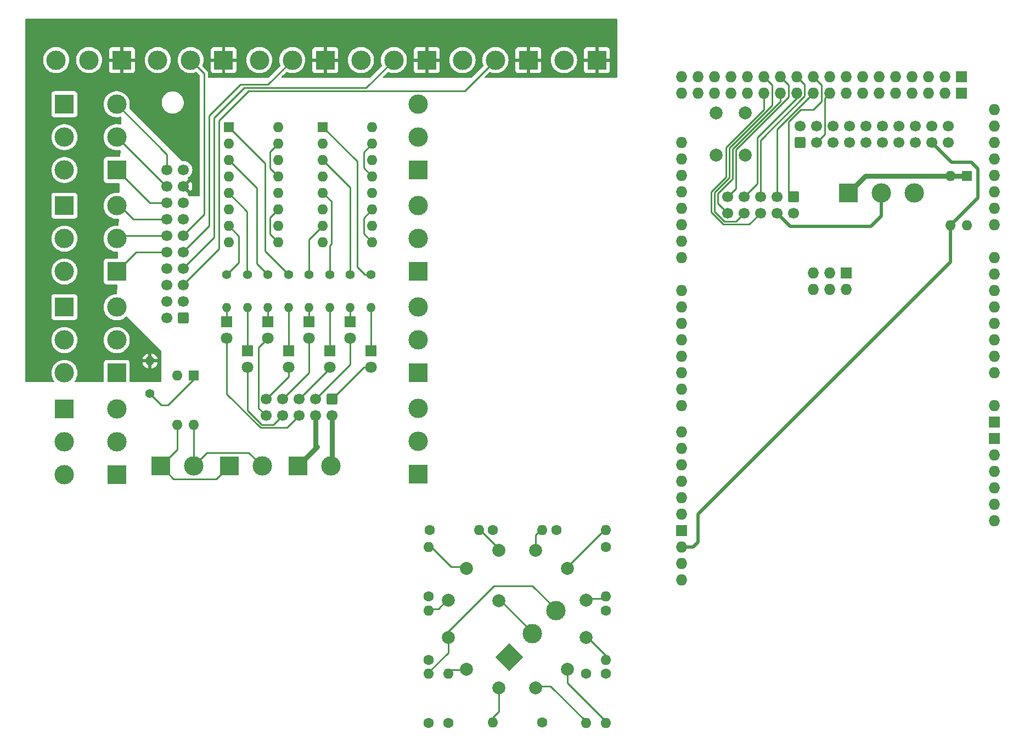
<source format=gbr>
%TF.GenerationSoftware,KiCad,Pcbnew,7.0.6*%
%TF.CreationDate,2023-09-19T13:47:08+08:00*%
%TF.ProjectId,ControlPanelPanelized,436f6e74-726f-46c5-9061-6e656c50616e,rev?*%
%TF.SameCoordinates,Original*%
%TF.FileFunction,Copper,L1,Top*%
%TF.FilePolarity,Positive*%
%FSLAX46Y46*%
G04 Gerber Fmt 4.6, Leading zero omitted, Abs format (unit mm)*
G04 Created by KiCad (PCBNEW 7.0.6) date 2023-09-19 13:47:08*
%MOMM*%
%LPD*%
G01*
G04 APERTURE LIST*
G04 Aperture macros list*
%AMRoundRect*
0 Rectangle with rounded corners*
0 $1 Rounding radius*
0 $2 $3 $4 $5 $6 $7 $8 $9 X,Y pos of 4 corners*
0 Add a 4 corners polygon primitive as box body*
4,1,4,$2,$3,$4,$5,$6,$7,$8,$9,$2,$3,0*
0 Add four circle primitives for the rounded corners*
1,1,$1+$1,$2,$3*
1,1,$1+$1,$4,$5*
1,1,$1+$1,$6,$7*
1,1,$1+$1,$8,$9*
0 Add four rect primitives between the rounded corners*
20,1,$1+$1,$2,$3,$4,$5,0*
20,1,$1+$1,$4,$5,$6,$7,0*
20,1,$1+$1,$6,$7,$8,$9,0*
20,1,$1+$1,$8,$9,$2,$3,0*%
%AMRotRect*
0 Rectangle, with rotation*
0 The origin of the aperture is its center*
0 $1 length*
0 $2 width*
0 $3 Rotation angle, in degrees counterclockwise*
0 Add horizontal line*
21,1,$1,$2,0,0,$3*%
G04 Aperture macros list end*
%TA.AperFunction,ComponentPad*%
%ADD10C,2.000000*%
%TD*%
%TA.AperFunction,ComponentPad*%
%ADD11O,1.600000X1.600000*%
%TD*%
%TA.AperFunction,ComponentPad*%
%ADD12C,1.600000*%
%TD*%
%TA.AperFunction,ComponentPad*%
%ADD13C,3.000000*%
%TD*%
%TA.AperFunction,ComponentPad*%
%ADD14RotRect,3.000000X3.000000X45.000000*%
%TD*%
%TA.AperFunction,ComponentPad*%
%ADD15RoundRect,0.250000X-0.600000X0.600000X-0.600000X-0.600000X0.600000X-0.600000X0.600000X0.600000X0*%
%TD*%
%TA.AperFunction,ComponentPad*%
%ADD16C,1.700000*%
%TD*%
%TA.AperFunction,ComponentPad*%
%ADD17RoundRect,0.250000X0.600000X-0.600000X0.600000X0.600000X-0.600000X0.600000X-0.600000X-0.600000X0*%
%TD*%
%TA.AperFunction,ComponentPad*%
%ADD18R,1.600000X1.600000*%
%TD*%
%TA.AperFunction,ComponentPad*%
%ADD19O,1.727200X1.727200*%
%TD*%
%TA.AperFunction,ComponentPad*%
%ADD20R,1.727200X1.727200*%
%TD*%
%TA.AperFunction,ComponentPad*%
%ADD21R,3.000000X3.000000*%
%TD*%
%TA.AperFunction,ComponentPad*%
%ADD22R,1.800000X1.800000*%
%TD*%
%TA.AperFunction,ComponentPad*%
%ADD23C,1.800000*%
%TD*%
%TA.AperFunction,ComponentPad*%
%ADD24C,1.400000*%
%TD*%
%TA.AperFunction,ComponentPad*%
%ADD25O,1.400000X1.400000*%
%TD*%
%TA.AperFunction,ComponentPad*%
%ADD26RoundRect,0.250000X0.600000X0.600000X-0.600000X0.600000X-0.600000X-0.600000X0.600000X-0.600000X0*%
%TD*%
%TA.AperFunction,Conductor*%
%ADD27C,0.250000*%
%TD*%
%TA.AperFunction,Conductor*%
%ADD28C,0.500000*%
%TD*%
%TA.AperFunction,Conductor*%
%ADD29C,0.750000*%
%TD*%
G04 APERTURE END LIST*
D10*
%TO.P,J8,1,Pin_1*%
%TO.N,N/C*%
X121867893Y-127360067D03*
%TD*%
%TO.P,J7,1,Pin_1*%
%TO.N,N/C*%
X124714902Y-122428902D03*
%TD*%
%TO.P,J1,1,Pin_1*%
%TO.N,N/C*%
X103464534Y-116734882D03*
%TD*%
%TO.P,J5,1,Pin_1*%
%TO.N,N/C*%
X121867892Y-111803717D03*
%TD*%
%TO.P,J13,1,Pin_1*%
%TO.N,N/C*%
X111261291Y-116753465D03*
%TD*%
%TO.P,J2,1,Pin_1*%
%TO.N,N/C*%
X106311542Y-111803718D03*
%TD*%
%TO.P,J11,1,Pin_1*%
%TO.N,N/C*%
X106311543Y-127360068D03*
%TD*%
%TO.P,J4,1,Pin_1*%
%TO.N,N/C*%
X116936728Y-108956709D03*
%TD*%
%TO.P,J10,1,Pin_1*%
%TO.N,Net-(J10-Pin_1)*%
X111242709Y-130207077D03*
%TD*%
%TO.P,J12,1,Pin_1*%
%TO.N,N/C*%
X103464535Y-122428902D03*
%TD*%
%TO.P,J9,1,Pin_1*%
%TO.N,N/C*%
X116936727Y-130207075D03*
%TD*%
%TO.P,J3,1,Pin_1*%
%TO.N,N/C*%
X111242709Y-108956709D03*
%TD*%
%TO.P,J6,1,Pin_1*%
%TO.N,N/C*%
X124714901Y-116734884D03*
%TD*%
D11*
%TO.P,R3,2*%
%TO.N,N/C*%
X108213291Y-105831465D03*
D12*
%TO.P,R3,1*%
X100593291Y-105831465D03*
%TD*%
D11*
%TO.P,R10,2*%
%TO.N,Net-(J10-Pin_1)*%
X110372291Y-135549465D03*
D12*
%TO.P,R10,1*%
%TO.N,N/C*%
X117992291Y-135549465D03*
%TD*%
D11*
%TO.P,R2,2*%
%TO.N,N/C*%
X100466291Y-108498465D03*
D12*
%TO.P,R2,1*%
X100466291Y-116118465D03*
%TD*%
D11*
%TO.P,R9,2*%
%TO.N,N/C*%
X124723291Y-135676465D03*
D12*
%TO.P,R9,1*%
X124723291Y-128056465D03*
%TD*%
D11*
%TO.P,R4,2*%
%TO.N,N/C*%
X117992291Y-105831465D03*
D12*
%TO.P,R4,1*%
X110372291Y-105831465D03*
%TD*%
D13*
%TO.P,J14,3,Pin_3*%
%TO.N,N/C*%
X120047629Y-118304542D03*
%TO.P,J14,2,Pin_2*%
X116455526Y-121896645D03*
D14*
%TO.P,J14,1,Pin_1*%
X112863424Y-125488747D03*
%TD*%
D11*
%TO.P,R6,2*%
%TO.N,N/C*%
X127771291Y-116118465D03*
D12*
%TO.P,R6,1*%
X127771291Y-108498465D03*
%TD*%
D11*
%TO.P,R11,2*%
%TO.N,N/C*%
X103514291Y-128056465D03*
D12*
%TO.P,R11,1*%
%TO.N,Net-(J10-Pin_1)*%
X103514291Y-135676465D03*
%TD*%
D11*
%TO.P,R7,2*%
%TO.N,N/C*%
X127771291Y-125897465D03*
D12*
%TO.P,R7,1*%
X127771291Y-118277465D03*
%TD*%
D11*
%TO.P,R8,2*%
%TO.N,N/C*%
X127771291Y-135676465D03*
D12*
%TO.P,R8,1*%
X127771291Y-128056465D03*
%TD*%
D11*
%TO.P,R5,2*%
%TO.N,N/C*%
X127771291Y-105831465D03*
D12*
%TO.P,R5,1*%
X120151291Y-105831465D03*
%TD*%
D11*
%TO.P,R1,2*%
%TO.N,N/C*%
X100466291Y-118277465D03*
D12*
%TO.P,R1,1*%
X100466291Y-125897465D03*
%TD*%
D11*
%TO.P,R12,2*%
%TO.N,N/C*%
X100466291Y-128056465D03*
D12*
%TO.P,R12,1*%
X100466291Y-135676465D03*
%TD*%
D15*
%TO.P,J3,1,Pin_1*%
%TO.N,/A_ON*%
X156718000Y-54356000D03*
D16*
%TO.P,J3,2,Pin_2*%
%TO.N,/GND*%
X156718000Y-56896000D03*
%TO.P,J3,3,Pin_3*%
%TO.N,/A_OFF*%
X154178000Y-54356000D03*
%TO.P,J3,4,Pin_4*%
%TO.N,/3V3*%
X154178000Y-56896000D03*
%TO.P,J3,5,Pin_5*%
%TO.N,/B_ON*%
X151638000Y-54356000D03*
%TO.P,J3,6,Pin_6*%
%TO.N,/D30*%
X151638000Y-56896000D03*
%TO.P,J3,7,Pin_7*%
%TO.N,/B_OFF*%
X149098000Y-54356000D03*
%TO.P,J3,8,Pin_8*%
%TO.N,/D31*%
X149098000Y-56896000D03*
%TO.P,J3,9,Pin_9*%
%TO.N,/C_ON*%
X146558000Y-54356000D03*
%TO.P,J3,10,Pin_10*%
%TO.N,/C_OFF*%
X146558000Y-56896000D03*
%TD*%
D17*
%TO.P,J1,1,Pin_1*%
%TO.N,/D39*%
X157734000Y-45974000D03*
D16*
%TO.P,J1,2,Pin_2*%
%TO.N,/D40*%
X157734000Y-43434000D03*
%TO.P,J1,3,Pin_3*%
%TO.N,/D38*%
X160274000Y-45974000D03*
%TO.P,J1,4,Pin_4*%
%TO.N,/D41*%
X160274000Y-43434000D03*
%TO.P,J1,5,Pin_5*%
%TO.N,/A0*%
X162814000Y-45974000D03*
%TO.P,J1,6,Pin_6*%
%TO.N,/D42*%
X162814000Y-43434000D03*
%TO.P,J1,7,Pin_7*%
%TO.N,/A1*%
X165354000Y-45974000D03*
%TO.P,J1,8,Pin_8*%
%TO.N,/D43*%
X165354000Y-43434000D03*
%TO.P,J1,9,Pin_9*%
%TO.N,/A2*%
X167894000Y-45974000D03*
%TO.P,J1,10,Pin_10*%
%TO.N,/D44*%
X167894000Y-43434000D03*
%TO.P,J1,11,Pin_11*%
%TO.N,/A3*%
X170434000Y-45974000D03*
%TO.P,J1,12,Pin_12*%
%TO.N,/D45*%
X170434000Y-43434000D03*
%TO.P,J1,13,Pin_13*%
%TO.N,/A4*%
X172974000Y-45974000D03*
%TO.P,J1,14,Pin_14*%
%TO.N,/D46*%
X172974000Y-43434000D03*
%TO.P,J1,15,Pin_15*%
%TO.N,N/C*%
X175514000Y-45974000D03*
%TO.P,J1,16,Pin_16*%
%TO.N,/D47*%
X175514000Y-43434000D03*
%TO.P,J1,17,Pin_17*%
%TO.N,/AREF*%
X178054000Y-45974000D03*
%TO.P,J1,18,Pin_18*%
%TO.N,/D48*%
X178054000Y-43434000D03*
%TO.P,J1,19,Pin_19*%
%TO.N,/GND*%
X180594000Y-45974000D03*
%TO.P,J1,20,Pin_20*%
%TO.N,/D49*%
X180594000Y-43434000D03*
%TD*%
D18*
%TO.P,SW2,1*%
%TO.N,/5V*%
X183482000Y-51134000D03*
D11*
%TO.P,SW2,2*%
X180942000Y-51134000D03*
%TO.P,SW2,3*%
%TO.N,/AREF*%
X180942000Y-58754000D03*
%TO.P,SW2,4*%
%TO.N,/VIN*%
X183482000Y-58754000D03*
%TD*%
D19*
%TO.P,XA1,*%
%TO.N,*%
X187706000Y-104394000D03*
%TO.P,XA1,3V3,3.3V*%
%TO.N,N/C*%
X187706000Y-96774000D03*
%TO.P,XA1,5V1,5V*%
X187706000Y-94234000D03*
%TO.P,XA1,5V2,SPI_5V*%
X159766000Y-66167000D03*
%TO.P,XA1,5V3,5V*%
X139446000Y-38354000D03*
%TO.P,XA1,5V4,5V*%
X139446000Y-35814000D03*
%TO.P,XA1,A0,A0*%
%TO.N,/A0*%
X187706000Y-81534000D03*
%TO.P,XA1,A1,A1*%
%TO.N,/A1*%
X187706000Y-78994000D03*
%TO.P,XA1,A2,A2*%
%TO.N,/A2*%
X187706000Y-76454000D03*
%TO.P,XA1,A3,A3*%
%TO.N,/A3*%
X187706000Y-73914000D03*
%TO.P,XA1,A4,A4*%
%TO.N,/A4*%
X187706000Y-71374000D03*
%TO.P,XA1,A5,A5*%
%TO.N,N/C*%
X187706000Y-68834000D03*
%TO.P,XA1,A6,A6*%
X187706000Y-66294000D03*
%TO.P,XA1,A7,A7*%
X187706000Y-63754000D03*
%TO.P,XA1,A8,A8*%
X187706000Y-58674000D03*
%TO.P,XA1,A9,A9*%
X187706000Y-56134000D03*
%TO.P,XA1,A10,A10*%
X187706000Y-53594000D03*
%TO.P,XA1,A11,A11*%
X187706000Y-51054000D03*
%TO.P,XA1,A12,A12*%
X187706000Y-48514000D03*
%TO.P,XA1,A13,A13*%
X187706000Y-45974000D03*
%TO.P,XA1,A14,A14*%
X187706000Y-43434000D03*
%TO.P,XA1,A15,A15*%
X187706000Y-40894000D03*
%TO.P,XA1,AREF,AREF*%
%TO.N,/AREF*%
X139446000Y-108458000D03*
%TO.P,XA1,D0,D0/RX0*%
%TO.N,N/C*%
X139446000Y-68834000D03*
%TO.P,XA1,D1,D1/TX0*%
X139446000Y-71374000D03*
%TO.P,XA1,D2,D2_INT0*%
X139446000Y-73914000D03*
%TO.P,XA1,D3,D3_INT1*%
X139446000Y-76454000D03*
%TO.P,XA1,D4,D4*%
X139446000Y-78994000D03*
%TO.P,XA1,D5,D5*%
X139446000Y-81534000D03*
%TO.P,XA1,D6,D6*%
X139446000Y-84074000D03*
%TO.P,XA1,D7,D7*%
X139446000Y-86614000D03*
%TO.P,XA1,D8,D8*%
X139446000Y-90678000D03*
%TO.P,XA1,D9,D9*%
X139446000Y-93218000D03*
%TO.P,XA1,D10,D10*%
X139446000Y-95758000D03*
%TO.P,XA1,D11,D11*%
X139446000Y-98298000D03*
%TO.P,XA1,D12,D12*%
X139446000Y-100838000D03*
%TO.P,XA1,D13,D13*%
X139446000Y-103378000D03*
%TO.P,XA1,D14,D14/TX3*%
X139446000Y-63754000D03*
%TO.P,XA1,D15,D15/RX3*%
X139446000Y-61214000D03*
%TO.P,XA1,D16,D16/TX2*%
X139446000Y-58674000D03*
%TO.P,XA1,D17,D17/RX2*%
X139446000Y-56134000D03*
%TO.P,XA1,D18,D18/TX1*%
X139446000Y-53594000D03*
%TO.P,XA1,D19,D19/RX1*%
X139446000Y-51054000D03*
%TO.P,XA1,D20,D20/SDA*%
X139446000Y-48514000D03*
%TO.P,XA1,D21,D21/SCL*%
X139446000Y-45974000D03*
%TO.P,XA1,D22,D22*%
X141986000Y-38354000D03*
%TO.P,XA1,D23,D23*%
X141986000Y-35814000D03*
%TO.P,XA1,D24,D24*%
X144526000Y-38354000D03*
%TO.P,XA1,D25,D25*%
X144526000Y-35814000D03*
%TO.P,XA1,D26,D26*%
X147066000Y-38354000D03*
%TO.P,XA1,D27,D27*%
X147066000Y-35814000D03*
%TO.P,XA1,D28,D28*%
X149606000Y-38354000D03*
%TO.P,XA1,D29,D29*%
X149606000Y-35814000D03*
%TO.P,XA1,D30,D30*%
%TO.N,/D30*%
X152146000Y-38354000D03*
%TO.P,XA1,D31,D31*%
%TO.N,/D31*%
X152146000Y-35814000D03*
%TO.P,XA1,D32,D32*%
%TO.N,/C_OFF*%
X154686000Y-38354000D03*
%TO.P,XA1,D33,D33*%
%TO.N,/C_ON*%
X154686000Y-35814000D03*
%TO.P,XA1,D34,D34*%
%TO.N,/B_OFF*%
X157226000Y-38354000D03*
%TO.P,XA1,D35,D35*%
%TO.N,/B_ON*%
X157226000Y-35814000D03*
%TO.P,XA1,D36,D36*%
%TO.N,/A_OFF*%
X159766000Y-38354000D03*
%TO.P,XA1,D37,D37*%
%TO.N,/A_ON*%
X159766000Y-35814000D03*
%TO.P,XA1,D38,D38*%
%TO.N,/D38*%
X162306000Y-38354000D03*
%TO.P,XA1,D39,D39*%
%TO.N,/D39*%
X162306000Y-35814000D03*
%TO.P,XA1,D40,D40*%
%TO.N,/D40*%
X164846000Y-38354000D03*
%TO.P,XA1,D41,D41*%
%TO.N,/D41*%
X164846000Y-35814000D03*
%TO.P,XA1,D42,D42*%
%TO.N,/D42*%
X167386000Y-38354000D03*
%TO.P,XA1,D43,D43*%
%TO.N,/D43*%
X167386000Y-35814000D03*
%TO.P,XA1,D44,D44*%
%TO.N,/D44*%
X169926000Y-38354000D03*
%TO.P,XA1,D45,D45*%
%TO.N,/D45*%
X169926000Y-35814000D03*
%TO.P,XA1,D46,D46*%
%TO.N,/D46*%
X172466000Y-38354000D03*
%TO.P,XA1,D47,D47*%
%TO.N,/D47*%
X172466000Y-35814000D03*
%TO.P,XA1,D48,D48*%
%TO.N,/D48*%
X175006000Y-38354000D03*
%TO.P,XA1,D49,D49*%
%TO.N,/D49*%
X175006000Y-35814000D03*
%TO.P,XA1,D50,D50_MISO*%
%TO.N,N/C*%
X177546000Y-38354000D03*
%TO.P,XA1,D51,D51_MOSI*%
X177546000Y-35814000D03*
%TO.P,XA1,D52,D52_SCK*%
X180086000Y-38354000D03*
%TO.P,XA1,D53,D53_CS*%
X180086000Y-35814000D03*
D20*
%TO.P,XA1,GND1,GND*%
%TO.N,/GND*%
X139446000Y-105918000D03*
%TO.P,XA1,GND2,GND*%
X187706000Y-91694000D03*
%TO.P,XA1,GND3,GND*%
X187706000Y-89154000D03*
%TO.P,XA1,GND4,SPI_GND*%
X164846000Y-66167000D03*
%TO.P,XA1,GND5,GND*%
X182626000Y-38354000D03*
%TO.P,XA1,GND6,GND*%
X182626000Y-35814000D03*
D19*
%TO.P,XA1,IORF,IOREF*%
%TO.N,N/C*%
X187706000Y-101854000D03*
%TO.P,XA1,MISO,SPI_MISO*%
X159766000Y-68707000D03*
%TO.P,XA1,MOSI,SPI_MOSI*%
X162306000Y-66167000D03*
%TO.P,XA1,RST1,RESET*%
%TO.N,/RST*%
X187706000Y-99314000D03*
%TO.P,XA1,RST2,SPI_RESET*%
%TO.N,N/C*%
X164846000Y-68707000D03*
%TO.P,XA1,SCK,SPI_SCK*%
X162306000Y-68707000D03*
%TO.P,XA1,SCL,SCL*%
X139446000Y-113538000D03*
%TO.P,XA1,SDA,SDA*%
X139446000Y-110998000D03*
%TO.P,XA1,VIN,VIN*%
X187706000Y-86614000D03*
%TD*%
D21*
%TO.P,J2,1,Pin_1*%
%TO.N,/5V*%
X165174000Y-53784000D03*
D13*
%TO.P,J2,2,Pin_2*%
%TO.N,/3V3*%
X170254000Y-53784000D03*
%TO.P,J2,3,Pin_3*%
%TO.N,/GND*%
X175334000Y-53784000D03*
%TD*%
D10*
%TO.P,SW1,1,1*%
%TO.N,/GND*%
X149316000Y-41454000D03*
X149316000Y-47954000D03*
%TO.P,SW1,2,2*%
%TO.N,/RST*%
X144816000Y-41454000D03*
X144816000Y-47954000D03*
%TD*%
D22*
%TO.P,D8,1,K*%
%TO.N,Net-(D8-K)*%
X69289400Y-73647600D03*
D23*
%TO.P,D8,2,A*%
%TO.N,N/C*%
X69289400Y-76187600D03*
%TD*%
D22*
%TO.P,D7,1,K*%
%TO.N,Net-(D7-K)*%
X72464400Y-78147600D03*
D23*
%TO.P,D7,2,A*%
%TO.N,N/C*%
X72464400Y-80687600D03*
%TD*%
D22*
%TO.P,D5,1,K*%
%TO.N,Net-(D5-K)*%
X78814400Y-78147600D03*
D23*
%TO.P,D5,2,A*%
%TO.N,/C_ON*%
X78814400Y-80687600D03*
%TD*%
D22*
%TO.P,D2,1,K*%
%TO.N,Net-(D2-K)*%
X88339400Y-73647600D03*
D23*
%TO.P,D2,2,A*%
%TO.N,/A_OFF*%
X88339400Y-76187600D03*
%TD*%
D21*
%TO.P,J12,1,Pin_1*%
%TO.N,/5V*%
X126401400Y-33273000D03*
D13*
%TO.P,J12,2,Pin_2*%
%TO.N,/GND*%
X121321400Y-33273000D03*
%TD*%
D22*
%TO.P,D4,1,K*%
%TO.N,Net-(D4-K)*%
X81989400Y-73647600D03*
D23*
%TO.P,D4,2,A*%
%TO.N,/B_OFF*%
X81989400Y-76187600D03*
%TD*%
D22*
%TO.P,D1,1,K*%
%TO.N,Net-(D1-K)*%
X91523050Y-78142200D03*
D23*
%TO.P,D1,2,A*%
%TO.N,/A_ON*%
X91523050Y-80682200D03*
%TD*%
D22*
%TO.P,D6,1,K*%
%TO.N,Net-(D6-K)*%
X75639400Y-73647600D03*
D23*
%TO.P,D6,2,A*%
%TO.N,/C_OFF*%
X75639400Y-76187600D03*
%TD*%
D22*
%TO.P,D3,1,K*%
%TO.N,Net-(D3-K)*%
X85164400Y-78147600D03*
D23*
%TO.P,D3,2,A*%
%TO.N,/B_ON*%
X85164400Y-80687600D03*
%TD*%
D15*
%TO.P,IDC_RF1,1,Pin_1*%
%TO.N,/A_ON*%
X85493800Y-85661000D03*
D16*
%TO.P,IDC_RF1,2,Pin_2*%
%TO.N,/GND*%
X85493800Y-88201000D03*
%TO.P,IDC_RF1,3,Pin_3*%
%TO.N,/A_OFF*%
X82953800Y-85661000D03*
%TO.P,IDC_RF1,4,Pin_4*%
%TO.N,/3V3*%
X82953800Y-88201000D03*
%TO.P,IDC_RF1,5,Pin_5*%
%TO.N,/B_ON*%
X80413800Y-85661000D03*
%TO.P,IDC_RF1,6,Pin_6*%
%TO.N,N/C*%
X80413800Y-88201000D03*
%TO.P,IDC_RF1,7,Pin_7*%
%TO.N,/B_OFF*%
X77873800Y-85661000D03*
%TO.P,IDC_RF1,8,Pin_8*%
%TO.N,N/C*%
X77873800Y-88201000D03*
%TO.P,IDC_RF1,9,Pin_9*%
%TO.N,/C_ON*%
X75333800Y-85661000D03*
%TO.P,IDC_RF1,10,Pin_10*%
%TO.N,/C_OFF*%
X75333800Y-88201000D03*
%TD*%
D21*
%TO.P,J19,1,Pin_1*%
%TO.N,Net-(J19-Pin_1)*%
X98863400Y-65906400D03*
D13*
%TO.P,J19,2,Pin_2*%
%TO.N,Net-(J19-Pin_2)*%
X98863400Y-60826400D03*
%TO.P,J19,3,Pin_3*%
%TO.N,Net-(J19-Pin_3)*%
X98863400Y-55746400D03*
%TD*%
D24*
%TO.P,R1,1*%
%TO.N,Net-(R1-Pad1)*%
X57456800Y-84807600D03*
D25*
%TO.P,R1,2*%
%TO.N,/5V*%
X57456800Y-79727600D03*
%TD*%
D21*
%TO.P,J5,1,Pin_1*%
%TO.N,N/C*%
X52317400Y-50251200D03*
D13*
%TO.P,J5,2,Pin_2*%
X52317400Y-45171200D03*
%TO.P,J5,3,Pin_3*%
X52317400Y-40091200D03*
%TD*%
D24*
%TO.P,R2,1*%
%TO.N,Net-(R2-Pad1)*%
X91523050Y-66408600D03*
D25*
%TO.P,R2,2*%
%TO.N,Net-(D1-K)*%
X91523050Y-71488600D03*
%TD*%
D21*
%TO.P,J20,1,Pin_1*%
%TO.N,Net-(J20-Pin_1)*%
X98863400Y-81578200D03*
D13*
%TO.P,J20,2,Pin_2*%
%TO.N,Net-(J20-Pin_2)*%
X98863400Y-76498200D03*
%TO.P,J20,3,Pin_3*%
%TO.N,Net-(J20-Pin_3)*%
X98863400Y-71418200D03*
%TD*%
D18*
%TO.P,U1,1*%
%TO.N,Net-(R1-Pad1)*%
X64171400Y-81962600D03*
D11*
%TO.P,U1,2*%
%TO.N,N/C*%
X61631400Y-81962600D03*
%TO.P,U1,3*%
%TO.N,Net-(J10-Pin_1)*%
X61631400Y-89582600D03*
%TO.P,U1,4*%
%TO.N,Net-(J10-Pin_2)*%
X64171400Y-89582600D03*
%TD*%
D21*
%TO.P,J2,1,Pin_1*%
%TO.N,/GND*%
X44253400Y-55767400D03*
D13*
%TO.P,J2,2,Pin_2*%
X44253400Y-60847400D03*
%TO.P,J2,3,Pin_3*%
X44253400Y-65927400D03*
%TD*%
D21*
%TO.P,J17,1,Pin_1*%
%TO.N,/5V*%
X115824000Y-33274000D03*
D13*
%TO.P,J17,2,Pin_2*%
%TO.N,N/C*%
X110744000Y-33274000D03*
%TO.P,J17,3,Pin_3*%
%TO.N,/GND*%
X105664000Y-33274000D03*
%TD*%
D24*
%TO.P,R9,1*%
%TO.N,Net-(R9-Pad1)*%
X69289400Y-66414000D03*
D25*
%TO.P,R9,2*%
%TO.N,Net-(D8-K)*%
X69289400Y-71494000D03*
%TD*%
D24*
%TO.P,R4,1*%
%TO.N,Net-(R4-Pad1)*%
X85164400Y-66414000D03*
D25*
%TO.P,R4,2*%
%TO.N,Net-(D3-K)*%
X85164400Y-71494000D03*
%TD*%
D21*
%TO.P,J3,1,Pin_1*%
%TO.N,/GND*%
X44253400Y-71439200D03*
D13*
%TO.P,J3,2,Pin_2*%
X44253400Y-76519200D03*
%TO.P,J3,3,Pin_3*%
X44253400Y-81599200D03*
%TD*%
D21*
%TO.P,J15,1,Pin_1*%
%TO.N,/5V*%
X84480400Y-33274000D03*
D13*
%TO.P,J15,2,Pin_2*%
%TO.N,N/C*%
X79400400Y-33274000D03*
%TO.P,J15,3,Pin_3*%
%TO.N,/GND*%
X74320400Y-33274000D03*
%TD*%
D24*
%TO.P,R8,1*%
%TO.N,Net-(R8-Pad1)*%
X72464400Y-66414000D03*
D25*
%TO.P,R8,2*%
%TO.N,Net-(D7-K)*%
X72464400Y-71494000D03*
%TD*%
D21*
%TO.P,J21,1,Pin_1*%
%TO.N,Net-(J21-Pin_1)*%
X98863400Y-97247800D03*
D13*
%TO.P,J21,2,Pin_2*%
%TO.N,Net-(J21-Pin_2)*%
X98863400Y-92167800D03*
%TO.P,J21,3,Pin_3*%
%TO.N,Net-(J21-Pin_3)*%
X98863400Y-87087800D03*
%TD*%
D24*
%TO.P,R6,1*%
%TO.N,Net-(R6-Pad1)*%
X78814400Y-66414000D03*
D25*
%TO.P,R6,2*%
%TO.N,Net-(D5-K)*%
X78814400Y-71494000D03*
%TD*%
D21*
%TO.P,J10,1,Pin_1*%
%TO.N,Net-(J10-Pin_1)*%
X69657800Y-95986600D03*
D13*
%TO.P,J10,2,Pin_2*%
%TO.N,Net-(J10-Pin_2)*%
X74737800Y-95986600D03*
%TD*%
D18*
%TO.P,U3,1*%
%TO.N,Net-(R6-Pad1)*%
X69589400Y-43624000D03*
D11*
%TO.P,U3,2*%
%TO.N,/GND*%
X69589400Y-46164000D03*
%TO.P,U3,3*%
%TO.N,Net-(R7-Pad1)*%
X69589400Y-48704000D03*
%TO.P,U3,4*%
%TO.N,/GND*%
X69589400Y-51244000D03*
%TO.P,U3,5*%
%TO.N,Net-(R8-Pad1)*%
X69589400Y-53784000D03*
%TO.P,U3,6*%
%TO.N,/GND*%
X69589400Y-56324000D03*
%TO.P,U3,7*%
%TO.N,Net-(R9-Pad1)*%
X69589400Y-58864000D03*
%TO.P,U3,8*%
%TO.N,/GND*%
X69589400Y-61404000D03*
%TO.P,U3,9*%
%TO.N,Net-(J21-Pin_1)*%
X77209400Y-61404000D03*
%TO.P,U3,10*%
%TO.N,Net-(J21-Pin_2)*%
X77209400Y-58864000D03*
%TO.P,U3,11*%
%TO.N,Net-(J21-Pin_1)*%
X77209400Y-56324000D03*
%TO.P,U3,12*%
%TO.N,Net-(J21-Pin_3)*%
X77209400Y-53784000D03*
%TO.P,U3,13*%
%TO.N,Net-(J20-Pin_1)*%
X77209400Y-51244000D03*
%TO.P,U3,14*%
%TO.N,Net-(J20-Pin_2)*%
X77209400Y-48704000D03*
%TO.P,U3,15*%
%TO.N,Net-(J20-Pin_1)*%
X77209400Y-46164000D03*
%TO.P,U3,16*%
%TO.N,Net-(J20-Pin_3)*%
X77209400Y-43624000D03*
%TD*%
D21*
%TO.P,J7,1,Pin_1*%
%TO.N,N/C*%
X52317400Y-81599200D03*
D13*
%TO.P,J7,2,Pin_2*%
X52317400Y-76519200D03*
%TO.P,J7,3,Pin_3*%
X52317400Y-71439200D03*
%TD*%
D21*
%TO.P,J9,1,Pin_1*%
%TO.N,Net-(J10-Pin_1)*%
X59091400Y-95986600D03*
D13*
%TO.P,J9,2,Pin_2*%
%TO.N,Net-(J10-Pin_2)*%
X64171400Y-95986600D03*
%TD*%
D24*
%TO.P,R5,1*%
%TO.N,Net-(R5-Pad1)*%
X81989400Y-66414000D03*
D25*
%TO.P,R5,2*%
%TO.N,Net-(D4-K)*%
X81989400Y-71494000D03*
%TD*%
D21*
%TO.P,J13,1,Pin_1*%
%TO.N,/5V*%
X53132400Y-33274000D03*
D13*
%TO.P,J13,2,Pin_2*%
%TO.N,N/C*%
X48052400Y-33274000D03*
%TO.P,J13,3,Pin_3*%
%TO.N,/GND*%
X42972400Y-33274000D03*
%TD*%
D26*
%TO.P,J11,1,Pin_1*%
%TO.N,N/C*%
X62626800Y-73076000D03*
D16*
%TO.P,J11,2,Pin_2*%
X60086800Y-73076000D03*
%TO.P,J11,3,Pin_3*%
X62626800Y-70536000D03*
%TO.P,J11,4,Pin_4*%
X60086800Y-70536000D03*
%TO.P,J11,5,Pin_5*%
X62626800Y-67996000D03*
%TO.P,J11,6,Pin_6*%
X60086800Y-67996000D03*
%TO.P,J11,7,Pin_7*%
X62626800Y-65456000D03*
%TO.P,J11,8,Pin_8*%
X60086800Y-65456000D03*
%TO.P,J11,9,Pin_9*%
X62626800Y-62916000D03*
%TO.P,J11,10,Pin_10*%
X60086800Y-62916000D03*
%TO.P,J11,11,Pin_11*%
X62626800Y-60376000D03*
%TO.P,J11,12,Pin_12*%
X60086800Y-60376000D03*
%TO.P,J11,13,Pin_13*%
X62626800Y-57836000D03*
%TO.P,J11,14,Pin_14*%
X60086800Y-57836000D03*
%TO.P,J11,15,Pin_15*%
%TO.N,unconnected-(J11-Pin_15-Pad15)*%
X62626800Y-55296000D03*
%TO.P,J11,16,Pin_16*%
%TO.N,N/C*%
X60086800Y-55296000D03*
%TO.P,J11,17,Pin_17*%
%TO.N,/5V*%
X62626800Y-52756000D03*
%TO.P,J11,18,Pin_18*%
%TO.N,N/C*%
X60086800Y-52756000D03*
%TO.P,J11,19,Pin_19*%
%TO.N,/GND*%
X62626800Y-50216000D03*
%TO.P,J11,20,Pin_20*%
%TO.N,N/C*%
X60086800Y-50216000D03*
%TD*%
D21*
%TO.P,J14,1,Pin_1*%
%TO.N,/5V*%
X68808600Y-33274000D03*
D13*
%TO.P,J14,2,Pin_2*%
%TO.N,N/C*%
X63728600Y-33274000D03*
%TO.P,J14,3,Pin_3*%
%TO.N,/GND*%
X58648600Y-33274000D03*
%TD*%
D21*
%TO.P,J4,1,Pin_1*%
%TO.N,/GND*%
X44253400Y-87108800D03*
D13*
%TO.P,J4,2,Pin_2*%
X44253400Y-92188800D03*
%TO.P,J4,3,Pin_3*%
X44253400Y-97268800D03*
%TD*%
D21*
%TO.P,J6,1,Pin_1*%
%TO.N,N/C*%
X52317400Y-65927400D03*
D13*
%TO.P,J6,2,Pin_2*%
X52317400Y-60847400D03*
%TO.P,J6,3,Pin_3*%
X52317400Y-55767400D03*
%TD*%
D21*
%TO.P,J22,1,Pin_1*%
%TO.N,/3V3*%
X80239800Y-95986600D03*
D13*
%TO.P,J22,2,Pin_2*%
%TO.N,/GND*%
X85319800Y-95986600D03*
%TD*%
D21*
%TO.P,J1,1,Pin_1*%
%TO.N,/GND*%
X44253400Y-40091200D03*
D13*
%TO.P,J1,2,Pin_2*%
X44253400Y-45171200D03*
%TO.P,J1,3,Pin_3*%
X44253400Y-50251200D03*
%TD*%
D21*
%TO.P,J18,1,Pin_1*%
%TO.N,Net-(J18-Pin_1)*%
X98863400Y-50230200D03*
D13*
%TO.P,J18,2,Pin_2*%
%TO.N,Net-(J18-Pin_2)*%
X98863400Y-45150200D03*
%TO.P,J18,3,Pin_3*%
%TO.N,Net-(J18-Pin_3)*%
X98863400Y-40070200D03*
%TD*%
D24*
%TO.P,R7,1*%
%TO.N,Net-(R7-Pad1)*%
X75639400Y-66414000D03*
D25*
%TO.P,R7,2*%
%TO.N,Net-(D6-K)*%
X75639400Y-71494000D03*
%TD*%
D21*
%TO.P,J16,1,Pin_1*%
%TO.N,/5V*%
X100152200Y-33274000D03*
D13*
%TO.P,J16,2,Pin_2*%
%TO.N,N/C*%
X95072200Y-33274000D03*
%TO.P,J16,3,Pin_3*%
%TO.N,/GND*%
X89992200Y-33274000D03*
%TD*%
D24*
%TO.P,R3,1*%
%TO.N,Net-(R3-Pad1)*%
X88339400Y-66414000D03*
D25*
%TO.P,R3,2*%
%TO.N,Net-(D2-K)*%
X88339400Y-71494000D03*
%TD*%
D21*
%TO.P,J8,1,Pin_1*%
%TO.N,N/C*%
X52317400Y-97268800D03*
D13*
%TO.P,J8,2,Pin_2*%
X52317400Y-92188800D03*
%TO.P,J8,3,Pin_3*%
X52317400Y-87108800D03*
%TD*%
D18*
%TO.P,U2,1*%
%TO.N,Net-(R2-Pad1)*%
X84123050Y-43624000D03*
D11*
%TO.P,U2,2*%
%TO.N,/GND*%
X84123050Y-46164000D03*
%TO.P,U2,3*%
%TO.N,Net-(R3-Pad1)*%
X84123050Y-48704000D03*
%TO.P,U2,4*%
%TO.N,/GND*%
X84123050Y-51244000D03*
%TO.P,U2,5*%
%TO.N,Net-(R4-Pad1)*%
X84123050Y-53784000D03*
%TO.P,U2,6*%
%TO.N,/GND*%
X84123050Y-56324000D03*
%TO.P,U2,7*%
%TO.N,Net-(R5-Pad1)*%
X84123050Y-58864000D03*
%TO.P,U2,8*%
%TO.N,/GND*%
X84123050Y-61404000D03*
%TO.P,U2,9*%
%TO.N,Net-(J19-Pin_1)*%
X91743050Y-61404000D03*
%TO.P,U2,10*%
%TO.N,Net-(J19-Pin_2)*%
X91743050Y-58864000D03*
%TO.P,U2,11*%
%TO.N,Net-(J19-Pin_1)*%
X91743050Y-56324000D03*
%TO.P,U2,12*%
%TO.N,Net-(J19-Pin_3)*%
X91743050Y-53784000D03*
%TO.P,U2,13*%
%TO.N,Net-(J18-Pin_1)*%
X91743050Y-51244000D03*
%TO.P,U2,14*%
%TO.N,Net-(J18-Pin_2)*%
X91743050Y-48704000D03*
%TO.P,U2,15*%
%TO.N,Net-(J18-Pin_1)*%
X91743050Y-46164000D03*
%TO.P,U2,16*%
%TO.N,Net-(J18-Pin_3)*%
X91743050Y-43624000D03*
%TD*%
D27*
%TO.N,*%
X116404471Y-121642645D02*
X116455526Y-121642645D01*
X111261291Y-116499465D02*
X116404471Y-121642645D01*
X103464535Y-122174902D02*
X103464535Y-124804221D01*
X103464535Y-121502221D02*
X110499291Y-114467465D01*
%TO.N,Net-(J10-Pin_1)*%
X111242709Y-129953077D02*
X111242709Y-133917047D01*
%TO.N,*%
X100593291Y-108244465D02*
X100466291Y-108244465D01*
X103895291Y-127421465D02*
X103514291Y-127802465D01*
X105996146Y-127421465D02*
X103895291Y-127421465D01*
X106311542Y-111549718D02*
X103898544Y-111549718D01*
X127771291Y-125231291D02*
X127771291Y-125643465D01*
X103898544Y-111549718D02*
X100593291Y-108244465D01*
X111242709Y-108702709D02*
X108213291Y-105673291D01*
X124714902Y-122174902D02*
X127771291Y-125231291D01*
%TO.N,Net-(J10-Pin_1)*%
X111242709Y-133917047D02*
X110372291Y-134787465D01*
%TO.N,*%
X121867893Y-127106067D02*
X121867893Y-129519067D01*
X127154872Y-116480884D02*
X127771291Y-115864465D01*
X116936728Y-106633028D02*
X117992291Y-105577465D01*
X121867892Y-111549717D02*
X127771291Y-105646318D01*
X121867893Y-129519067D02*
X127771291Y-135422465D01*
X103464535Y-122174902D02*
X103464535Y-121502221D01*
X124714901Y-116480884D02*
X127154872Y-116480884D01*
X103464535Y-124804221D02*
X100466291Y-127802465D01*
X110499291Y-114467465D02*
X116464552Y-114467465D01*
X116464552Y-114467465D02*
X120047629Y-118050542D01*
X116936727Y-129953075D02*
X119253901Y-129953075D01*
X106311543Y-127106068D02*
X105996146Y-127421465D01*
X119253901Y-129953075D02*
X124723291Y-135422465D01*
X116936728Y-108702709D02*
X116936728Y-106633028D01*
X101921951Y-118023465D02*
X100466291Y-118023465D01*
X103464534Y-116480882D02*
X101921951Y-118023465D01*
%TO.N,/B_OFF*%
X151130000Y-45212000D02*
X157226000Y-39116000D01*
X151130000Y-52324000D02*
X151130000Y-45212000D01*
X149098000Y-54356000D02*
X151130000Y-52324000D01*
X157226000Y-39116000D02*
X157226000Y-38354000D01*
%TO.N,/A_ON*%
X161036000Y-37084000D02*
X159766000Y-35814000D01*
X161036000Y-39624000D02*
X161036000Y-37084000D01*
X159766000Y-40894000D02*
X161036000Y-39624000D01*
X157862396Y-40894000D02*
X159766000Y-40894000D01*
X155956000Y-42800396D02*
X157862396Y-40894000D01*
X155956000Y-53594000D02*
X155956000Y-42800396D01*
X156718000Y-54356000D02*
X155956000Y-53594000D01*
%TO.N,/D38*%
X161544000Y-39116000D02*
X162306000Y-38354000D01*
X160274000Y-45974000D02*
X161544000Y-44704000D01*
X161544000Y-44704000D02*
X161544000Y-39116000D01*
%TO.N,/D30*%
X144018000Y-53591208D02*
X146304000Y-51305208D01*
X149918000Y-58616000D02*
X145863604Y-58616000D01*
X152146000Y-40894000D02*
X152146000Y-38354000D01*
X145863604Y-58616000D02*
X144018000Y-56770396D01*
X144018000Y-56770396D02*
X144018000Y-53591208D01*
X146304000Y-46736000D02*
X152146000Y-40894000D01*
X146304000Y-51305208D02*
X146304000Y-46736000D01*
X151638000Y-56896000D02*
X149918000Y-58616000D01*
%TO.N,/C_OFF*%
X154686000Y-39626792D02*
X154686000Y-38354000D01*
X147320000Y-51562000D02*
X147320000Y-46992792D01*
X147320000Y-46992792D02*
X154686000Y-39626792D01*
X145034000Y-53848000D02*
X147320000Y-51562000D01*
X146558000Y-56896000D02*
X145034000Y-55372000D01*
X145034000Y-55372000D02*
X145034000Y-53848000D01*
D28*
%TO.N,/AREF*%
X141986000Y-107696000D02*
X141224000Y-108458000D01*
X141986000Y-103378000D02*
X141986000Y-107696000D01*
X180942000Y-58754000D02*
X180942000Y-64422000D01*
X180942000Y-64422000D02*
X141986000Y-103378000D01*
X141224000Y-108458000D02*
X139446000Y-108458000D01*
%TO.N,/3V3*%
X156210000Y-58928000D02*
X168656000Y-58928000D01*
X154178000Y-56896000D02*
X156210000Y-58928000D01*
D29*
%TO.N,/5V*%
X167824000Y-51134000D02*
X183492000Y-51134000D01*
D28*
%TO.N,/3V3*%
X168656000Y-58928000D02*
X170254000Y-57330000D01*
X170254000Y-57330000D02*
X170254000Y-54028000D01*
D29*
%TO.N,/5V*%
X165354000Y-53604000D02*
X167824000Y-51134000D01*
D27*
%TO.N,/B_ON*%
X158414600Y-38846335D02*
X158414600Y-37002600D01*
X151638000Y-45622935D02*
X158414600Y-38846335D01*
X151638000Y-54356000D02*
X151638000Y-45622935D01*
X158414600Y-37002600D02*
X157226000Y-35814000D01*
%TO.N,/C_ON*%
X147828000Y-47121188D02*
X155956000Y-38993188D01*
X155956000Y-37084000D02*
X154686000Y-35814000D01*
X155956000Y-38993188D02*
X155956000Y-37084000D01*
X147828000Y-53086000D02*
X147828000Y-47121188D01*
X146558000Y-54356000D02*
X147828000Y-53086000D01*
%TO.N,/D31*%
X146812000Y-46864396D02*
X153416000Y-40260396D01*
X146812000Y-51433604D02*
X146812000Y-46864396D01*
X144526000Y-53719604D02*
X146812000Y-51433604D01*
X153416000Y-37084000D02*
X152146000Y-35814000D01*
X149098000Y-56896000D02*
X147828000Y-58166000D01*
X144526000Y-56642000D02*
X144526000Y-53719604D01*
X147828000Y-58166000D02*
X146050000Y-58166000D01*
X146050000Y-58166000D02*
X144526000Y-56642000D01*
X153416000Y-40260396D02*
X153416000Y-37084000D01*
D28*
%TO.N,/AREF*%
X178054000Y-45974000D02*
X181102000Y-49022000D01*
X185166000Y-50038000D02*
X185166000Y-54530000D01*
X181102000Y-49022000D02*
X184150000Y-49022000D01*
X184150000Y-49022000D02*
X185166000Y-50038000D01*
X185166000Y-54530000D02*
X180942000Y-58754000D01*
D27*
%TO.N,/A_OFF*%
X154178000Y-54356000D02*
X154178000Y-43942000D01*
X154178000Y-43942000D02*
X159766000Y-38354000D01*
D29*
%TO.N,/3V3*%
X82953800Y-88201000D02*
X82953800Y-93022600D01*
D27*
%TO.N,*%
X72464400Y-87389000D02*
X74673400Y-89598000D01*
D29*
%TO.N,/3V3*%
X83203800Y-93022600D02*
X80239800Y-95986600D01*
D27*
%TO.N,*%
X74487004Y-90048000D02*
X78566800Y-90048000D01*
X74673400Y-89598000D02*
X76476800Y-89598000D01*
D29*
%TO.N,/GND*%
X85743800Y-95562600D02*
X85319800Y-95986600D01*
D27*
%TO.N,*%
X69289400Y-76187600D02*
X69289400Y-84850396D01*
X78566800Y-90048000D02*
X80413800Y-88201000D01*
X69289400Y-84850396D02*
X74487004Y-90048000D01*
X76476800Y-89598000D02*
X77873800Y-88201000D01*
X72464400Y-80687600D02*
X72464400Y-87389000D01*
D29*
%TO.N,/GND*%
X85493800Y-88201000D02*
X85493800Y-95562600D01*
D27*
%TO.N,Net-(D6-K)*%
X75639400Y-71494000D02*
X75639400Y-73647600D01*
%TO.N,Net-(D2-K)*%
X88339400Y-71494000D02*
X88339400Y-73647600D01*
%TO.N,Net-(D5-K)*%
X78814400Y-71494000D02*
X78814400Y-78147600D01*
%TO.N,Net-(D7-K)*%
X72464400Y-71494000D02*
X72464400Y-78147600D01*
%TO.N,Net-(D4-K)*%
X81989400Y-71494000D02*
X81989400Y-73647600D01*
%TO.N,Net-(D1-K)*%
X91523050Y-71488600D02*
X91523050Y-78142200D01*
%TO.N,Net-(D3-K)*%
X85164400Y-71494000D02*
X85164400Y-78147600D01*
%TO.N,/B_ON*%
X85164400Y-80910400D02*
X80413800Y-85661000D01*
X85164400Y-80687600D02*
X85164400Y-80910400D01*
%TO.N,/B_OFF*%
X81989400Y-81545400D02*
X77873800Y-85661000D01*
X81989400Y-76187600D02*
X81989400Y-81545400D01*
%TO.N,/A_OFF*%
X88339400Y-80275400D02*
X82953800Y-85661000D01*
X88339400Y-76187600D02*
X88339400Y-80275400D01*
%TO.N,/C_ON*%
X78814400Y-82180400D02*
X75333800Y-85661000D01*
X78814400Y-80687600D02*
X78814400Y-82180400D01*
%TO.N,/A_ON*%
X91523050Y-80682200D02*
X90472600Y-80682200D01*
X90472600Y-80682200D02*
X85493800Y-85661000D01*
%TO.N,Net-(D8-K)*%
X69289400Y-71494000D02*
X69289400Y-73647600D01*
%TO.N,Net-(R4-Pad1)*%
X85164400Y-61953641D02*
X85414400Y-61703641D01*
X85414400Y-61703641D02*
X85414400Y-55075350D01*
X85164400Y-66414000D02*
X85164400Y-61953641D01*
%TO.N,Net-(R8-Pad1)*%
X72445400Y-56640000D02*
X69589400Y-53784000D01*
X72464400Y-66414000D02*
X72445400Y-66395000D01*
X72445400Y-66395000D02*
X72445400Y-56640000D01*
%TO.N,Net-(R5-Pad1)*%
X81989400Y-60997650D02*
X84123050Y-58864000D01*
X81989400Y-66414000D02*
X81989400Y-60997650D01*
%TO.N,Net-(R9-Pad1)*%
X71171400Y-60446000D02*
X69589400Y-58864000D01*
X71171400Y-64532000D02*
X71171400Y-60446000D01*
X69289400Y-66414000D02*
X71171400Y-64532000D01*
%TO.N,Net-(R7-Pad1)*%
X73907400Y-64682000D02*
X73907400Y-64432000D01*
X75639400Y-66414000D02*
X73907400Y-64682000D01*
%TO.N,Net-(R6-Pad1)*%
X75177400Y-62777000D02*
X75177400Y-62527000D01*
X78814400Y-66414000D02*
X75177400Y-62777000D01*
%TO.N,Net-(R3-Pad1)*%
X88339400Y-52920350D02*
X84123050Y-48704000D01*
%TO.N,Net-(J10-Pin_2)*%
X72667200Y-93916000D02*
X66242000Y-93916000D01*
X74737800Y-95986600D02*
X72667200Y-93916000D01*
%TO.N,*%
X79400400Y-33274000D02*
X75654400Y-37020000D01*
X75654400Y-37020000D02*
X71367400Y-37020000D01*
X66541400Y-41846000D02*
X66541400Y-58864000D01*
X71367400Y-37020000D02*
X66541400Y-41846000D01*
X66541400Y-58864000D02*
X62477400Y-62928000D01*
X110744000Y-33274000D02*
X105982000Y-38036000D01*
X68065400Y-42608000D02*
X68065400Y-62420000D01*
X68065400Y-62420000D02*
X62477400Y-68008000D01*
X72637400Y-38036000D02*
X68065400Y-42608000D01*
X105982000Y-38036000D02*
X72637400Y-38036000D01*
%TO.N,Net-(J10-Pin_2)*%
X66242000Y-93916000D02*
X64171400Y-95986600D01*
%TO.N,Net-(J10-Pin_1)*%
X69657800Y-95986600D02*
X67664400Y-97980000D01*
X67664400Y-97980000D02*
X61084800Y-97980000D01*
X61084800Y-97980000D02*
X59091400Y-95986600D01*
X61631400Y-89582600D02*
X61631400Y-93446600D01*
%TO.N,Net-(J10-Pin_2)*%
X64171400Y-89582600D02*
X64171400Y-95986600D01*
%TO.N,Net-(J10-Pin_1)*%
X61631400Y-93446600D02*
X59091400Y-95986600D01*
%TO.N,*%
X52329400Y-60376000D02*
X52317400Y-60388000D01*
X59925400Y-60376000D02*
X52329400Y-60376000D01*
X59937400Y-60388000D02*
X59925400Y-60376000D01*
%TO.N,Net-(R1-Pad1)*%
X59199200Y-86550000D02*
X57456800Y-84807600D01*
X64171400Y-82570000D02*
X60191400Y-86550000D01*
X64171400Y-81962600D02*
X64171400Y-82570000D01*
X60191400Y-86550000D02*
X59199200Y-86550000D01*
%TO.N,*%
X65779400Y-35369000D02*
X63493400Y-33083000D01*
X62477400Y-60388000D02*
X65779400Y-57086000D01*
X65779400Y-57086000D02*
X65779400Y-35369000D01*
%TO.N,Net-(J20-Pin_1)*%
X75939400Y-49974000D02*
X77209400Y-51244000D01*
X77209400Y-46164000D02*
X75939400Y-47434000D01*
X75939400Y-47434000D02*
X75939400Y-49974000D01*
%TO.N,Net-(J21-Pin_1)*%
X75939400Y-60134000D02*
X77209400Y-61404000D01*
X75939400Y-57594000D02*
X75939400Y-60134000D01*
X77209400Y-56324000D02*
X75939400Y-57594000D01*
%TO.N,Net-(J19-Pin_1)*%
X90417400Y-57649650D02*
X90417400Y-60078350D01*
X90417400Y-60078350D02*
X91743050Y-61404000D01*
%TO.N,Net-(J18-Pin_1)*%
X90417400Y-47489650D02*
X90417400Y-49918350D01*
%TO.N,Net-(J19-Pin_1)*%
X91743050Y-56324000D02*
X90417400Y-57649650D01*
%TO.N,Net-(J18-Pin_1)*%
X91743050Y-46164000D02*
X90417400Y-47489650D01*
X90417400Y-49918350D02*
X91743050Y-51244000D01*
%TO.N,*%
X60086800Y-47837400D02*
X52317400Y-40068000D01*
X60086800Y-50216000D02*
X60086800Y-47837400D01*
%TO.N,Net-(R6-Pad1)*%
X75177400Y-49212000D02*
X69589400Y-43624000D01*
X75177400Y-62527000D02*
X75177400Y-49212000D01*
%TO.N,Net-(R7-Pad1)*%
X73907400Y-64432000D02*
X73907400Y-53022000D01*
%TO.N,Net-(R4-Pad1)*%
X85414400Y-55075350D02*
X84123050Y-53784000D01*
%TO.N,Net-(R7-Pad1)*%
X73907400Y-53022000D02*
X69589400Y-48704000D01*
%TO.N,*%
X59937400Y-62928000D02*
X55316800Y-62928000D01*
X52776800Y-65468000D02*
X52317400Y-65468000D01*
X55316800Y-62928000D02*
X52776800Y-65468000D01*
%TO.N,Net-(R2-Pad1)*%
X89405400Y-48906350D02*
X84123050Y-43624000D01*
%TO.N,/C_OFF*%
X74158800Y-87026000D02*
X75333800Y-88201000D01*
X74158800Y-77668200D02*
X74158800Y-87026000D01*
%TO.N,Net-(R2-Pad1)*%
X91523050Y-66408600D02*
X90600000Y-66408600D01*
X90600000Y-66408600D02*
X89405400Y-65214000D01*
%TO.N,/C_OFF*%
X75639400Y-76187600D02*
X74158800Y-77668200D01*
%TO.N,Net-(R2-Pad1)*%
X89405400Y-65214000D02*
X89405400Y-48906350D01*
%TO.N,Net-(R3-Pad1)*%
X88339400Y-66414000D02*
X88339400Y-52920350D01*
%TO.N,*%
X67303400Y-60642000D02*
X62477400Y-65468000D01*
X72002400Y-37528000D02*
X67303400Y-42227000D01*
X90818200Y-37528000D02*
X72002400Y-37528000D01*
X95072200Y-33274000D02*
X90818200Y-37528000D01*
X67303400Y-42227000D02*
X67303400Y-60642000D01*
X57397400Y-55308000D02*
X52317400Y-50228000D01*
X59937400Y-55308000D02*
X57397400Y-55308000D01*
X59937400Y-52768000D02*
X52317400Y-45148000D01*
X59937400Y-57848000D02*
X54857400Y-57848000D01*
X54857400Y-57848000D02*
X52317400Y-55308000D01*
%TD*%
%TA.AperFunction,Conductor*%
%TO.N,/5V*%
G36*
X129475939Y-26880185D02*
G01*
X129521694Y-26932989D01*
X129532900Y-26984500D01*
X129532900Y-35880000D01*
X129513215Y-35947039D01*
X129460411Y-35992794D01*
X129408900Y-36004000D01*
X109209266Y-36004000D01*
X109142227Y-35984315D01*
X109096472Y-35931511D01*
X109086528Y-35862353D01*
X109115553Y-35798797D01*
X109121585Y-35792319D01*
X109318820Y-35595084D01*
X109782262Y-35131641D01*
X109843583Y-35098158D01*
X109913274Y-35103142D01*
X109919326Y-35105583D01*
X110069823Y-35170953D01*
X110334404Y-35245085D01*
X110573720Y-35277978D01*
X110606614Y-35282500D01*
X110606615Y-35282500D01*
X110881386Y-35282500D01*
X110910733Y-35278466D01*
X111153596Y-35245085D01*
X111418177Y-35170953D01*
X111626752Y-35080356D01*
X111670198Y-35061485D01*
X111670358Y-35061388D01*
X111904969Y-34918718D01*
X112024043Y-34821844D01*
X113824000Y-34821844D01*
X113830401Y-34881372D01*
X113830403Y-34881379D01*
X113880645Y-35016086D01*
X113880649Y-35016093D01*
X113966809Y-35131187D01*
X113966812Y-35131190D01*
X114081906Y-35217350D01*
X114081913Y-35217354D01*
X114216620Y-35267596D01*
X114216627Y-35267598D01*
X114276155Y-35273999D01*
X114276172Y-35274000D01*
X115574000Y-35274000D01*
X115574000Y-33995802D01*
X115735169Y-34034000D01*
X115868267Y-34034000D01*
X116000461Y-34018549D01*
X116074000Y-33991782D01*
X116074000Y-35274000D01*
X117371828Y-35274000D01*
X117371844Y-35273999D01*
X117431372Y-35267598D01*
X117431379Y-35267596D01*
X117566086Y-35217354D01*
X117566093Y-35217350D01*
X117681187Y-35131190D01*
X117681190Y-35131187D01*
X117767350Y-35016093D01*
X117767354Y-35016086D01*
X117817596Y-34881379D01*
X117817598Y-34881372D01*
X117823999Y-34821844D01*
X117824000Y-34821827D01*
X117824000Y-33524000D01*
X116542483Y-33524000D01*
X116577549Y-33406871D01*
X116585346Y-33272999D01*
X119308207Y-33272999D01*
X119326957Y-33547130D01*
X119326958Y-33547132D01*
X119382858Y-33816141D01*
X119382863Y-33816158D01*
X119474876Y-34075056D01*
X119601289Y-34319024D01*
X119601293Y-34319030D01*
X119759740Y-34543499D01*
X119759743Y-34543502D01*
X119947289Y-34744314D01*
X120160431Y-34917718D01*
X120160433Y-34917719D01*
X120160434Y-34917720D01*
X120395201Y-35060485D01*
X120589840Y-35145028D01*
X120647223Y-35169953D01*
X120911804Y-35244085D01*
X121151120Y-35276978D01*
X121184014Y-35281500D01*
X121184015Y-35281500D01*
X121458786Y-35281500D01*
X121488133Y-35277466D01*
X121730996Y-35244085D01*
X121995577Y-35169953D01*
X122221161Y-35071968D01*
X122247598Y-35060485D01*
X122308950Y-35023176D01*
X122482369Y-34917718D01*
X122601443Y-34820844D01*
X124401400Y-34820844D01*
X124407801Y-34880372D01*
X124407803Y-34880379D01*
X124458045Y-35015086D01*
X124458049Y-35015093D01*
X124544209Y-35130187D01*
X124544212Y-35130190D01*
X124659306Y-35216350D01*
X124659313Y-35216354D01*
X124794020Y-35266596D01*
X124794027Y-35266598D01*
X124853555Y-35272999D01*
X124853572Y-35273000D01*
X126151400Y-35273000D01*
X126151400Y-33994802D01*
X126312569Y-34033000D01*
X126445667Y-34033000D01*
X126577861Y-34017549D01*
X126651400Y-33990782D01*
X126651400Y-35273000D01*
X127949228Y-35273000D01*
X127949244Y-35272999D01*
X128008772Y-35266598D01*
X128008779Y-35266596D01*
X128143486Y-35216354D01*
X128143493Y-35216350D01*
X128258587Y-35130190D01*
X128258590Y-35130187D01*
X128344750Y-35015093D01*
X128344754Y-35015086D01*
X128394996Y-34880379D01*
X128394998Y-34880372D01*
X128401399Y-34820844D01*
X128401400Y-34820827D01*
X128401400Y-33523000D01*
X127119883Y-33523000D01*
X127154949Y-33405871D01*
X127165279Y-33228509D01*
X127134429Y-33053546D01*
X127121253Y-33023000D01*
X128401400Y-33023000D01*
X128401400Y-31725172D01*
X128401399Y-31725155D01*
X128394998Y-31665627D01*
X128394996Y-31665620D01*
X128344754Y-31530913D01*
X128344750Y-31530906D01*
X128258590Y-31415812D01*
X128258587Y-31415809D01*
X128143493Y-31329649D01*
X128143486Y-31329645D01*
X128008779Y-31279403D01*
X128008772Y-31279401D01*
X127949244Y-31273000D01*
X126651400Y-31273000D01*
X126651400Y-32551197D01*
X126490231Y-32513000D01*
X126357133Y-32513000D01*
X126224939Y-32528451D01*
X126151400Y-32555217D01*
X126151400Y-31273000D01*
X124853555Y-31273000D01*
X124794027Y-31279401D01*
X124794020Y-31279403D01*
X124659313Y-31329645D01*
X124659306Y-31329649D01*
X124544212Y-31415809D01*
X124544209Y-31415812D01*
X124458049Y-31530906D01*
X124458045Y-31530913D01*
X124407803Y-31665620D01*
X124407801Y-31665627D01*
X124401400Y-31725155D01*
X124401400Y-33023000D01*
X125682917Y-33023000D01*
X125647851Y-33140129D01*
X125637521Y-33317491D01*
X125668371Y-33492454D01*
X125681547Y-33523000D01*
X124401400Y-33523000D01*
X124401400Y-34820844D01*
X122601443Y-34820844D01*
X122695511Y-34744314D01*
X122883057Y-34543502D01*
X123041511Y-34319023D01*
X123167923Y-34075058D01*
X123259938Y-33816153D01*
X123259939Y-33816146D01*
X123259941Y-33816141D01*
X123309828Y-33576070D01*
X123315842Y-33547130D01*
X123334593Y-33273000D01*
X123315842Y-32998870D01*
X123293304Y-32890413D01*
X123259941Y-32729858D01*
X123259936Y-32729841D01*
X123188717Y-32529451D01*
X123167923Y-32470942D01*
X123041511Y-32226977D01*
X123041510Y-32226975D01*
X123041506Y-32226969D01*
X122883059Y-32002500D01*
X122864431Y-31982555D01*
X122695511Y-31801686D01*
X122482369Y-31628282D01*
X122482367Y-31628281D01*
X122482365Y-31628279D01*
X122247598Y-31485514D01*
X121995578Y-31376047D01*
X121731002Y-31301916D01*
X121730997Y-31301915D01*
X121730996Y-31301915D01*
X121594890Y-31283207D01*
X121458786Y-31264500D01*
X121458785Y-31264500D01*
X121184015Y-31264500D01*
X121184014Y-31264500D01*
X120911804Y-31301915D01*
X120911797Y-31301916D01*
X120647221Y-31376047D01*
X120395201Y-31485514D01*
X120160434Y-31628279D01*
X119947292Y-31801683D01*
X119759740Y-32002500D01*
X119601293Y-32226969D01*
X119601289Y-32226975D01*
X119474876Y-32470943D01*
X119382863Y-32729841D01*
X119382858Y-32729858D01*
X119326958Y-32998867D01*
X119326957Y-32998869D01*
X119308207Y-33272999D01*
X116585346Y-33272999D01*
X116587879Y-33229509D01*
X116557029Y-33054546D01*
X116543853Y-33024000D01*
X117824000Y-33024000D01*
X117824000Y-31726172D01*
X117823999Y-31726155D01*
X117817598Y-31666627D01*
X117817596Y-31666620D01*
X117767354Y-31531913D01*
X117767350Y-31531906D01*
X117681190Y-31416812D01*
X117681187Y-31416809D01*
X117566093Y-31330649D01*
X117566086Y-31330645D01*
X117431379Y-31280403D01*
X117431372Y-31280401D01*
X117371844Y-31274000D01*
X116074000Y-31274000D01*
X116074000Y-32552197D01*
X115912831Y-32514000D01*
X115779733Y-32514000D01*
X115647539Y-32529451D01*
X115574000Y-32556217D01*
X115574000Y-31274000D01*
X114276155Y-31274000D01*
X114216627Y-31280401D01*
X114216620Y-31280403D01*
X114081913Y-31330645D01*
X114081906Y-31330649D01*
X113966812Y-31416809D01*
X113966809Y-31416812D01*
X113880649Y-31531906D01*
X113880645Y-31531913D01*
X113830403Y-31666620D01*
X113830401Y-31666627D01*
X113824000Y-31726155D01*
X113824000Y-33024000D01*
X115105517Y-33024000D01*
X115070451Y-33141129D01*
X115060121Y-33318491D01*
X115090971Y-33493454D01*
X115104147Y-33524000D01*
X113824000Y-33524000D01*
X113824000Y-34821844D01*
X112024043Y-34821844D01*
X112118111Y-34745314D01*
X112305657Y-34544502D01*
X112464111Y-34320023D01*
X112590523Y-34076058D01*
X112682538Y-33817153D01*
X112682539Y-33817146D01*
X112682541Y-33817141D01*
X112732428Y-33577070D01*
X112738442Y-33548130D01*
X112757193Y-33274000D01*
X112738442Y-32999870D01*
X112715696Y-32890413D01*
X112682541Y-32730858D01*
X112682536Y-32730841D01*
X112620032Y-32554972D01*
X112590523Y-32471942D01*
X112464111Y-32227977D01*
X112464110Y-32227975D01*
X112464106Y-32227969D01*
X112305659Y-32003500D01*
X112287031Y-31983555D01*
X112118111Y-31802686D01*
X111904969Y-31629282D01*
X111904967Y-31629281D01*
X111904965Y-31629279D01*
X111670198Y-31486514D01*
X111418178Y-31377047D01*
X111153602Y-31302916D01*
X111153597Y-31302915D01*
X111153596Y-31302915D01*
X110989811Y-31280403D01*
X110881386Y-31265500D01*
X110881385Y-31265500D01*
X110606615Y-31265500D01*
X110606614Y-31265500D01*
X110334404Y-31302915D01*
X110334397Y-31302916D01*
X110069821Y-31377047D01*
X109817801Y-31486514D01*
X109583034Y-31629279D01*
X109369892Y-31802683D01*
X109182340Y-32003500D01*
X109023893Y-32227969D01*
X109023889Y-32227975D01*
X108897476Y-32471943D01*
X108805463Y-32730841D01*
X108805458Y-32730858D01*
X108749558Y-32999867D01*
X108749557Y-32999869D01*
X108730807Y-33273999D01*
X108749557Y-33548130D01*
X108749558Y-33548132D01*
X108805458Y-33817141D01*
X108805463Y-33817158D01*
X108897475Y-34076053D01*
X108897478Y-34076061D01*
X108906436Y-34093350D01*
X108919799Y-34161930D01*
X108893964Y-34226848D01*
X108884018Y-34238076D01*
X107154414Y-35967681D01*
X107093091Y-36001166D01*
X107066733Y-36004000D01*
X93537465Y-36004000D01*
X93470426Y-35984315D01*
X93424671Y-35931511D01*
X93414727Y-35862353D01*
X93443752Y-35798797D01*
X93449784Y-35792319D01*
X93647019Y-35595084D01*
X94110461Y-35131641D01*
X94171782Y-35098158D01*
X94241473Y-35103142D01*
X94247542Y-35105590D01*
X94327969Y-35140524D01*
X94398023Y-35170953D01*
X94662604Y-35245085D01*
X94901920Y-35277978D01*
X94934814Y-35282500D01*
X94934815Y-35282500D01*
X95209586Y-35282500D01*
X95238933Y-35278466D01*
X95481796Y-35245085D01*
X95746377Y-35170953D01*
X95954952Y-35080356D01*
X95998398Y-35061485D01*
X95998558Y-35061388D01*
X96233169Y-34918718D01*
X96352243Y-34821844D01*
X98152200Y-34821844D01*
X98158601Y-34881372D01*
X98158603Y-34881379D01*
X98208845Y-35016086D01*
X98208849Y-35016093D01*
X98295009Y-35131187D01*
X98295012Y-35131190D01*
X98410106Y-35217350D01*
X98410113Y-35217354D01*
X98544820Y-35267596D01*
X98544827Y-35267598D01*
X98604355Y-35273999D01*
X98604372Y-35274000D01*
X99902200Y-35274000D01*
X99902199Y-33995802D01*
X100063369Y-34034000D01*
X100196467Y-34034000D01*
X100328661Y-34018549D01*
X100402200Y-33991782D01*
X100402200Y-35274000D01*
X101700028Y-35274000D01*
X101700044Y-35273999D01*
X101759572Y-35267598D01*
X101759579Y-35267596D01*
X101894286Y-35217354D01*
X101894293Y-35217350D01*
X102009387Y-35131190D01*
X102009390Y-35131187D01*
X102095550Y-35016093D01*
X102095554Y-35016086D01*
X102145796Y-34881379D01*
X102145798Y-34881372D01*
X102152199Y-34821844D01*
X102152200Y-34821827D01*
X102152200Y-33524000D01*
X100870683Y-33524000D01*
X100905749Y-33406871D01*
X100913488Y-33273999D01*
X103650807Y-33273999D01*
X103669557Y-33548130D01*
X103669558Y-33548132D01*
X103725458Y-33817141D01*
X103725463Y-33817158D01*
X103817476Y-34076056D01*
X103943889Y-34320024D01*
X103943893Y-34320030D01*
X104102340Y-34544499D01*
X104102343Y-34544502D01*
X104289889Y-34745314D01*
X104503031Y-34918718D01*
X104503033Y-34918719D01*
X104503034Y-34918720D01*
X104737801Y-35061485D01*
X104895970Y-35130187D01*
X104989823Y-35170953D01*
X105254404Y-35245085D01*
X105493720Y-35277978D01*
X105526614Y-35282500D01*
X105526615Y-35282500D01*
X105801386Y-35282500D01*
X105830733Y-35278466D01*
X106073596Y-35245085D01*
X106338177Y-35170953D01*
X106546752Y-35080356D01*
X106590198Y-35061485D01*
X106590358Y-35061388D01*
X106824969Y-34918718D01*
X107038111Y-34745314D01*
X107225657Y-34544502D01*
X107384111Y-34320023D01*
X107510523Y-34076058D01*
X107602538Y-33817153D01*
X107602539Y-33817146D01*
X107602541Y-33817141D01*
X107652428Y-33577070D01*
X107658442Y-33548130D01*
X107677193Y-33274000D01*
X107658442Y-32999870D01*
X107635696Y-32890413D01*
X107602541Y-32730858D01*
X107602536Y-32730841D01*
X107540032Y-32554972D01*
X107510523Y-32471942D01*
X107384111Y-32227977D01*
X107384110Y-32227975D01*
X107384106Y-32227969D01*
X107225659Y-32003500D01*
X107207031Y-31983555D01*
X107038111Y-31802686D01*
X106824969Y-31629282D01*
X106824967Y-31629281D01*
X106824965Y-31629279D01*
X106590198Y-31486514D01*
X106338178Y-31377047D01*
X106073602Y-31302916D01*
X106073597Y-31302915D01*
X106073596Y-31302915D01*
X105909811Y-31280403D01*
X105801386Y-31265500D01*
X105801385Y-31265500D01*
X105526615Y-31265500D01*
X105526614Y-31265500D01*
X105254404Y-31302915D01*
X105254397Y-31302916D01*
X104989821Y-31377047D01*
X104737801Y-31486514D01*
X104503034Y-31629279D01*
X104289892Y-31802683D01*
X104102340Y-32003500D01*
X103943893Y-32227969D01*
X103943889Y-32227975D01*
X103817476Y-32471943D01*
X103725463Y-32730841D01*
X103725458Y-32730858D01*
X103669558Y-32999867D01*
X103669557Y-32999869D01*
X103650807Y-33273999D01*
X100913488Y-33273999D01*
X100916079Y-33229509D01*
X100885229Y-33054546D01*
X100872053Y-33024000D01*
X102152200Y-33024000D01*
X102152200Y-31726172D01*
X102152199Y-31726155D01*
X102145798Y-31666627D01*
X102145796Y-31666620D01*
X102095554Y-31531913D01*
X102095550Y-31531906D01*
X102009390Y-31416812D01*
X102009387Y-31416809D01*
X101894293Y-31330649D01*
X101894286Y-31330645D01*
X101759579Y-31280403D01*
X101759572Y-31280401D01*
X101700044Y-31274000D01*
X100402200Y-31274000D01*
X100402200Y-32552197D01*
X100241031Y-32514000D01*
X100107933Y-32514000D01*
X99975739Y-32529451D01*
X99902200Y-32556217D01*
X99902200Y-31274000D01*
X98604355Y-31274000D01*
X98544827Y-31280401D01*
X98544820Y-31280403D01*
X98410113Y-31330645D01*
X98410106Y-31330649D01*
X98295012Y-31416809D01*
X98295009Y-31416812D01*
X98208849Y-31531906D01*
X98208845Y-31531913D01*
X98158603Y-31666620D01*
X98158601Y-31666627D01*
X98152200Y-31726155D01*
X98152200Y-33024000D01*
X99433717Y-33024000D01*
X99398651Y-33141129D01*
X99388321Y-33318491D01*
X99419171Y-33493454D01*
X99432347Y-33524000D01*
X98152200Y-33524000D01*
X98152200Y-34821844D01*
X96352243Y-34821844D01*
X96446311Y-34745314D01*
X96633857Y-34544502D01*
X96792311Y-34320023D01*
X96918723Y-34076058D01*
X97010738Y-33817153D01*
X97010739Y-33817146D01*
X97010741Y-33817141D01*
X97060628Y-33577070D01*
X97066642Y-33548130D01*
X97085393Y-33274000D01*
X97066642Y-32999870D01*
X97043896Y-32890413D01*
X97010741Y-32730858D01*
X97010736Y-32730841D01*
X96948232Y-32554972D01*
X96918723Y-32471942D01*
X96792311Y-32227977D01*
X96792310Y-32227975D01*
X96792306Y-32227969D01*
X96633859Y-32003500D01*
X96615231Y-31983555D01*
X96446311Y-31802686D01*
X96233169Y-31629282D01*
X96233167Y-31629281D01*
X96233165Y-31629279D01*
X95998398Y-31486514D01*
X95746378Y-31377047D01*
X95481802Y-31302916D01*
X95481797Y-31302915D01*
X95481796Y-31302915D01*
X95318011Y-31280403D01*
X95209586Y-31265500D01*
X95209585Y-31265500D01*
X94934815Y-31265500D01*
X94934814Y-31265500D01*
X94662604Y-31302915D01*
X94662597Y-31302916D01*
X94398021Y-31377047D01*
X94146001Y-31486514D01*
X93911234Y-31629279D01*
X93698092Y-31802683D01*
X93510540Y-32003500D01*
X93352093Y-32227969D01*
X93352089Y-32227975D01*
X93225676Y-32471943D01*
X93133663Y-32730841D01*
X93133658Y-32730858D01*
X93077758Y-32999867D01*
X93077757Y-32999869D01*
X93059007Y-33274000D01*
X93077757Y-33548130D01*
X93077758Y-33548132D01*
X93133658Y-33817141D01*
X93133663Y-33817158D01*
X93225676Y-34076058D01*
X93225677Y-34076060D01*
X93234634Y-34093345D01*
X93248000Y-34161924D01*
X93222167Y-34226843D01*
X93212218Y-34238075D01*
X91482614Y-35967681D01*
X91421291Y-36001166D01*
X91394933Y-36004000D01*
X77865666Y-36004000D01*
X77798627Y-35984315D01*
X77752872Y-35931511D01*
X77742928Y-35862353D01*
X77771953Y-35798797D01*
X77777985Y-35792319D01*
X77975220Y-35595084D01*
X78438662Y-35131641D01*
X78499983Y-35098158D01*
X78569674Y-35103142D01*
X78575726Y-35105583D01*
X78726223Y-35170953D01*
X78990804Y-35245085D01*
X79230120Y-35277978D01*
X79263014Y-35282500D01*
X79263015Y-35282500D01*
X79537786Y-35282500D01*
X79567133Y-35278466D01*
X79809996Y-35245085D01*
X80074577Y-35170953D01*
X80283152Y-35080356D01*
X80326598Y-35061485D01*
X80326758Y-35061388D01*
X80561369Y-34918718D01*
X80680443Y-34821844D01*
X82480400Y-34821844D01*
X82486801Y-34881372D01*
X82486803Y-34881379D01*
X82537045Y-35016086D01*
X82537049Y-35016093D01*
X82623209Y-35131187D01*
X82623212Y-35131190D01*
X82738306Y-35217350D01*
X82738313Y-35217354D01*
X82873020Y-35267596D01*
X82873027Y-35267598D01*
X82932555Y-35273999D01*
X82932572Y-35274000D01*
X84230400Y-35274000D01*
X84230400Y-33995802D01*
X84391569Y-34034000D01*
X84524667Y-34034000D01*
X84656861Y-34018549D01*
X84730400Y-33991782D01*
X84730400Y-35274000D01*
X86028228Y-35274000D01*
X86028244Y-35273999D01*
X86087772Y-35267598D01*
X86087779Y-35267596D01*
X86222486Y-35217354D01*
X86222493Y-35217350D01*
X86337587Y-35131190D01*
X86337590Y-35131187D01*
X86423750Y-35016093D01*
X86423754Y-35016086D01*
X86473996Y-34881379D01*
X86473998Y-34881372D01*
X86480399Y-34821844D01*
X86480400Y-34821827D01*
X86480400Y-33524000D01*
X85198883Y-33524000D01*
X85233949Y-33406871D01*
X85241688Y-33273999D01*
X87979007Y-33273999D01*
X87997757Y-33548130D01*
X87997758Y-33548132D01*
X88053658Y-33817141D01*
X88053663Y-33817158D01*
X88145676Y-34076056D01*
X88272089Y-34320024D01*
X88272093Y-34320030D01*
X88430540Y-34544499D01*
X88430543Y-34544502D01*
X88618089Y-34745314D01*
X88831231Y-34918718D01*
X88831233Y-34918719D01*
X88831234Y-34918720D01*
X89066001Y-35061485D01*
X89224170Y-35130187D01*
X89318023Y-35170953D01*
X89582604Y-35245085D01*
X89821920Y-35277978D01*
X89854814Y-35282500D01*
X89854815Y-35282500D01*
X90129586Y-35282500D01*
X90158933Y-35278466D01*
X90401796Y-35245085D01*
X90666377Y-35170953D01*
X90874952Y-35080356D01*
X90918398Y-35061485D01*
X90918558Y-35061388D01*
X91153169Y-34918718D01*
X91366311Y-34745314D01*
X91553857Y-34544502D01*
X91712311Y-34320023D01*
X91838723Y-34076058D01*
X91930738Y-33817153D01*
X91930739Y-33817146D01*
X91930741Y-33817141D01*
X91980628Y-33577070D01*
X91986642Y-33548130D01*
X92005393Y-33274000D01*
X91986642Y-32999870D01*
X91963896Y-32890413D01*
X91930741Y-32730858D01*
X91930736Y-32730841D01*
X91868232Y-32554972D01*
X91838723Y-32471942D01*
X91712311Y-32227977D01*
X91712310Y-32227975D01*
X91712306Y-32227969D01*
X91553859Y-32003500D01*
X91535231Y-31983555D01*
X91366311Y-31802686D01*
X91153169Y-31629282D01*
X91153167Y-31629281D01*
X91153165Y-31629279D01*
X90918398Y-31486514D01*
X90666378Y-31377047D01*
X90401802Y-31302916D01*
X90401797Y-31302915D01*
X90401796Y-31302915D01*
X90238011Y-31280403D01*
X90129586Y-31265500D01*
X90129585Y-31265500D01*
X89854815Y-31265500D01*
X89854814Y-31265500D01*
X89582604Y-31302915D01*
X89582597Y-31302916D01*
X89318021Y-31377047D01*
X89066001Y-31486514D01*
X88831234Y-31629279D01*
X88618092Y-31802683D01*
X88430540Y-32003500D01*
X88272093Y-32227969D01*
X88272089Y-32227975D01*
X88145676Y-32471943D01*
X88053663Y-32730841D01*
X88053658Y-32730858D01*
X87997758Y-32999867D01*
X87997757Y-32999869D01*
X87979007Y-33273999D01*
X85241688Y-33273999D01*
X85244279Y-33229509D01*
X85213429Y-33054546D01*
X85200253Y-33024000D01*
X86480400Y-33024000D01*
X86480400Y-31726172D01*
X86480399Y-31726155D01*
X86473998Y-31666627D01*
X86473996Y-31666620D01*
X86423754Y-31531913D01*
X86423750Y-31531906D01*
X86337590Y-31416812D01*
X86337587Y-31416809D01*
X86222493Y-31330649D01*
X86222486Y-31330645D01*
X86087779Y-31280403D01*
X86087772Y-31280401D01*
X86028244Y-31274000D01*
X84730400Y-31274000D01*
X84730400Y-32552197D01*
X84569231Y-32514000D01*
X84436133Y-32514000D01*
X84303939Y-32529451D01*
X84230400Y-32556217D01*
X84230400Y-31274000D01*
X82932555Y-31274000D01*
X82873027Y-31280401D01*
X82873020Y-31280403D01*
X82738313Y-31330645D01*
X82738306Y-31330649D01*
X82623212Y-31416809D01*
X82623209Y-31416812D01*
X82537049Y-31531906D01*
X82537045Y-31531913D01*
X82486803Y-31666620D01*
X82486801Y-31666627D01*
X82480400Y-31726155D01*
X82480400Y-33024000D01*
X83761917Y-33024000D01*
X83726851Y-33141129D01*
X83716521Y-33318491D01*
X83747371Y-33493454D01*
X83760547Y-33524000D01*
X82480400Y-33524000D01*
X82480400Y-34821844D01*
X80680443Y-34821844D01*
X80774511Y-34745314D01*
X80962057Y-34544502D01*
X81120511Y-34320023D01*
X81246923Y-34076058D01*
X81338938Y-33817153D01*
X81338939Y-33817146D01*
X81338941Y-33817141D01*
X81388828Y-33577070D01*
X81394842Y-33548130D01*
X81413593Y-33274000D01*
X81394842Y-32999870D01*
X81372096Y-32890413D01*
X81338941Y-32730858D01*
X81338936Y-32730841D01*
X81276432Y-32554972D01*
X81246923Y-32471942D01*
X81120511Y-32227977D01*
X81120510Y-32227975D01*
X81120506Y-32227969D01*
X80962059Y-32003500D01*
X80943431Y-31983555D01*
X80774511Y-31802686D01*
X80561369Y-31629282D01*
X80561367Y-31629281D01*
X80561365Y-31629279D01*
X80326598Y-31486514D01*
X80074578Y-31377047D01*
X79810002Y-31302916D01*
X79809997Y-31302915D01*
X79809996Y-31302915D01*
X79646211Y-31280403D01*
X79537786Y-31265500D01*
X79537785Y-31265500D01*
X79263015Y-31265500D01*
X79263014Y-31265500D01*
X78990804Y-31302915D01*
X78990797Y-31302916D01*
X78726221Y-31377047D01*
X78474201Y-31486514D01*
X78239434Y-31629279D01*
X78026292Y-31802683D01*
X77838740Y-32003500D01*
X77680293Y-32227969D01*
X77680289Y-32227975D01*
X77553876Y-32471943D01*
X77461863Y-32730841D01*
X77461858Y-32730858D01*
X77405958Y-32999867D01*
X77405957Y-32999869D01*
X77387207Y-33273999D01*
X77405957Y-33548130D01*
X77405958Y-33548132D01*
X77461858Y-33817141D01*
X77461863Y-33817158D01*
X77553876Y-34076058D01*
X77553877Y-34076060D01*
X77562834Y-34093345D01*
X77576200Y-34161924D01*
X77550367Y-34226843D01*
X77540418Y-34238075D01*
X75810814Y-35967681D01*
X75749491Y-36001166D01*
X75723133Y-36004000D01*
X66536900Y-36004000D01*
X66469861Y-35984315D01*
X66424106Y-35931511D01*
X66412900Y-35880000D01*
X66412900Y-35452631D01*
X66414638Y-35436881D01*
X66414368Y-35436856D01*
X66415101Y-35429094D01*
X66415102Y-35429091D01*
X66412900Y-35359041D01*
X66412900Y-35329144D01*
X66412014Y-35322136D01*
X66411556Y-35316314D01*
X66410073Y-35269110D01*
X66410072Y-35269108D01*
X66404377Y-35249508D01*
X66400432Y-35230457D01*
X66397874Y-35210203D01*
X66380484Y-35166284D01*
X66378593Y-35160757D01*
X66369712Y-35130187D01*
X66365418Y-35115407D01*
X66355023Y-35097831D01*
X66346464Y-35080356D01*
X66338954Y-35061388D01*
X66338954Y-35061387D01*
X66338953Y-35061385D01*
X66338952Y-35061383D01*
X66311189Y-35023171D01*
X66307987Y-35018297D01*
X66283942Y-34977637D01*
X66269506Y-34963201D01*
X66256869Y-34948406D01*
X66244871Y-34931892D01*
X66208484Y-34901790D01*
X66204162Y-34897857D01*
X66128149Y-34821844D01*
X66808600Y-34821844D01*
X66815001Y-34881372D01*
X66815003Y-34881379D01*
X66865245Y-35016086D01*
X66865249Y-35016093D01*
X66951409Y-35131187D01*
X66951412Y-35131190D01*
X67066506Y-35217350D01*
X67066513Y-35217354D01*
X67201220Y-35267596D01*
X67201227Y-35267598D01*
X67260755Y-35273999D01*
X67260772Y-35274000D01*
X68558600Y-35274000D01*
X68558600Y-33995802D01*
X68719769Y-34034000D01*
X68852867Y-34034000D01*
X68985061Y-34018549D01*
X69058600Y-33991782D01*
X69058600Y-35274000D01*
X70356428Y-35274000D01*
X70356444Y-35273999D01*
X70415972Y-35267598D01*
X70415979Y-35267596D01*
X70550686Y-35217354D01*
X70550693Y-35217350D01*
X70665787Y-35131190D01*
X70665790Y-35131187D01*
X70751950Y-35016093D01*
X70751954Y-35016086D01*
X70802196Y-34881379D01*
X70802198Y-34881372D01*
X70808599Y-34821844D01*
X70808600Y-34821827D01*
X70808600Y-33524000D01*
X69527083Y-33524000D01*
X69562149Y-33406871D01*
X69569888Y-33274000D01*
X72307207Y-33274000D01*
X72325957Y-33548130D01*
X72325958Y-33548132D01*
X72381858Y-33817141D01*
X72381863Y-33817158D01*
X72473876Y-34076056D01*
X72600289Y-34320024D01*
X72600293Y-34320030D01*
X72758740Y-34544499D01*
X72758743Y-34544502D01*
X72946289Y-34745314D01*
X73159431Y-34918718D01*
X73159433Y-34918719D01*
X73159434Y-34918720D01*
X73394201Y-35061485D01*
X73552370Y-35130187D01*
X73646223Y-35170953D01*
X73910804Y-35245085D01*
X74150120Y-35277978D01*
X74183014Y-35282500D01*
X74183015Y-35282500D01*
X74457786Y-35282500D01*
X74487133Y-35278466D01*
X74729996Y-35245085D01*
X74994577Y-35170953D01*
X75203152Y-35080356D01*
X75246598Y-35061485D01*
X75246758Y-35061388D01*
X75481369Y-34918718D01*
X75694511Y-34745314D01*
X75882057Y-34544502D01*
X76040511Y-34320023D01*
X76166923Y-34076058D01*
X76258938Y-33817153D01*
X76258939Y-33817146D01*
X76258941Y-33817141D01*
X76308828Y-33577070D01*
X76314842Y-33548130D01*
X76333593Y-33274000D01*
X76314842Y-32999870D01*
X76292096Y-32890413D01*
X76258941Y-32730858D01*
X76258936Y-32730841D01*
X76196432Y-32554972D01*
X76166923Y-32471942D01*
X76040511Y-32227977D01*
X76040510Y-32227975D01*
X76040506Y-32227969D01*
X75882059Y-32003500D01*
X75863431Y-31983555D01*
X75694511Y-31802686D01*
X75481369Y-31629282D01*
X75481367Y-31629281D01*
X75481365Y-31629279D01*
X75246598Y-31486514D01*
X74994578Y-31377047D01*
X74730002Y-31302916D01*
X74729997Y-31302915D01*
X74729996Y-31302915D01*
X74566211Y-31280403D01*
X74457786Y-31265500D01*
X74457785Y-31265500D01*
X74183015Y-31265500D01*
X74183014Y-31265500D01*
X73910804Y-31302915D01*
X73910797Y-31302916D01*
X73646221Y-31377047D01*
X73394201Y-31486514D01*
X73159434Y-31629279D01*
X72946292Y-31802683D01*
X72758740Y-32003500D01*
X72600293Y-32227969D01*
X72600289Y-32227975D01*
X72473876Y-32471943D01*
X72381863Y-32730841D01*
X72381858Y-32730858D01*
X72325958Y-32999867D01*
X72325957Y-32999869D01*
X72307207Y-33274000D01*
X69569888Y-33274000D01*
X69572479Y-33229509D01*
X69541629Y-33054546D01*
X69528453Y-33024000D01*
X70808600Y-33024000D01*
X70808600Y-31726172D01*
X70808599Y-31726155D01*
X70802198Y-31666627D01*
X70802196Y-31666620D01*
X70751954Y-31531913D01*
X70751950Y-31531906D01*
X70665790Y-31416812D01*
X70665787Y-31416809D01*
X70550693Y-31330649D01*
X70550686Y-31330645D01*
X70415979Y-31280403D01*
X70415972Y-31280401D01*
X70356444Y-31274000D01*
X69058600Y-31274000D01*
X69058600Y-32552197D01*
X68897431Y-32514000D01*
X68764333Y-32514000D01*
X68632139Y-32529451D01*
X68558600Y-32556217D01*
X68558600Y-31274000D01*
X67260755Y-31274000D01*
X67201227Y-31280401D01*
X67201220Y-31280403D01*
X67066513Y-31330645D01*
X67066506Y-31330649D01*
X66951412Y-31416809D01*
X66951409Y-31416812D01*
X66865249Y-31531906D01*
X66865245Y-31531913D01*
X66815003Y-31666620D01*
X66815001Y-31666627D01*
X66808600Y-31726155D01*
X66808600Y-33024000D01*
X68090117Y-33024000D01*
X68055051Y-33141129D01*
X68044721Y-33318491D01*
X68075571Y-33493454D01*
X68088747Y-33524000D01*
X66808600Y-33524000D01*
X66808600Y-34821844D01*
X66128149Y-34821844D01*
X65573495Y-34267190D01*
X65540010Y-34205867D01*
X65544994Y-34136175D01*
X65551079Y-34122460D01*
X65575121Y-34076061D01*
X65575123Y-34076058D01*
X65575479Y-34075058D01*
X65667136Y-33817158D01*
X65667138Y-33817153D01*
X65667139Y-33817146D01*
X65667141Y-33817141D01*
X65717028Y-33577070D01*
X65723042Y-33548130D01*
X65741793Y-33274000D01*
X65723042Y-32999870D01*
X65700296Y-32890413D01*
X65667141Y-32730858D01*
X65667136Y-32730841D01*
X65604632Y-32554972D01*
X65575123Y-32471942D01*
X65448711Y-32227977D01*
X65448710Y-32227975D01*
X65448706Y-32227969D01*
X65290259Y-32003500D01*
X65271631Y-31983555D01*
X65102711Y-31802686D01*
X64889569Y-31629282D01*
X64889567Y-31629281D01*
X64889565Y-31629279D01*
X64654798Y-31486514D01*
X64402778Y-31377047D01*
X64138202Y-31302916D01*
X64138197Y-31302915D01*
X64138196Y-31302915D01*
X63974411Y-31280403D01*
X63865986Y-31265500D01*
X63865985Y-31265500D01*
X63591215Y-31265500D01*
X63591214Y-31265500D01*
X63319004Y-31302915D01*
X63318997Y-31302916D01*
X63054421Y-31377047D01*
X62802401Y-31486514D01*
X62567634Y-31629279D01*
X62354492Y-31802683D01*
X62166940Y-32003500D01*
X62008493Y-32227969D01*
X62008489Y-32227975D01*
X61882076Y-32471943D01*
X61790063Y-32730841D01*
X61790058Y-32730858D01*
X61734158Y-32999867D01*
X61734157Y-32999869D01*
X61715407Y-33273999D01*
X61734157Y-33548130D01*
X61734158Y-33548132D01*
X61790058Y-33817141D01*
X61790063Y-33817158D01*
X61882076Y-34076056D01*
X62008489Y-34320024D01*
X62008493Y-34320030D01*
X62166940Y-34544499D01*
X62166943Y-34544502D01*
X62354489Y-34745314D01*
X62567631Y-34918718D01*
X62567633Y-34918719D01*
X62567634Y-34918720D01*
X62802401Y-35061485D01*
X62960570Y-35130187D01*
X63054423Y-35170953D01*
X63319004Y-35245085D01*
X63558320Y-35277978D01*
X63591214Y-35282500D01*
X63591215Y-35282500D01*
X63865986Y-35282500D01*
X63895333Y-35278466D01*
X64138196Y-35245085D01*
X64402777Y-35170953D01*
X64522441Y-35118974D01*
X64591772Y-35110321D01*
X64654776Y-35140524D01*
X64659524Y-35145028D01*
X65109582Y-35595086D01*
X65143066Y-35656407D01*
X65145900Y-35682765D01*
X65145899Y-54179573D01*
X65126214Y-54246612D01*
X65073410Y-54292367D01*
X65021924Y-54303573D01*
X63606471Y-54303863D01*
X63539428Y-54284192D01*
X63530283Y-54277716D01*
X63376726Y-54158197D01*
X63372377Y-54154811D01*
X63329103Y-54131393D01*
X63279513Y-54082173D01*
X63264405Y-54013957D01*
X63288575Y-53948401D01*
X63316998Y-53920763D01*
X63388173Y-53870925D01*
X62759334Y-53242086D01*
X62769115Y-53240680D01*
X62899900Y-53180952D01*
X63008561Y-53086798D01*
X63086293Y-52965844D01*
X63109876Y-52885524D01*
X63741725Y-53517373D01*
X63741726Y-53517373D01*
X63800398Y-53433582D01*
X63800400Y-53433578D01*
X63900229Y-53219492D01*
X63900233Y-53219483D01*
X63961367Y-52991326D01*
X63961369Y-52991315D01*
X63981957Y-52756001D01*
X63981957Y-52755998D01*
X63961369Y-52520684D01*
X63961367Y-52520673D01*
X63900233Y-52292516D01*
X63900229Y-52292507D01*
X63800400Y-52078423D01*
X63800399Y-52078421D01*
X63741725Y-51994626D01*
X63741725Y-51994625D01*
X63109876Y-52626475D01*
X63086293Y-52546156D01*
X63008561Y-52425202D01*
X62899900Y-52331048D01*
X62769115Y-52271320D01*
X62759333Y-52269913D01*
X63388173Y-51641073D01*
X63388173Y-51641072D01*
X63316999Y-51591236D01*
X63273374Y-51536659D01*
X63266180Y-51467161D01*
X63297703Y-51404806D01*
X63329105Y-51380606D01*
X63372376Y-51357189D01*
X63550040Y-51218906D01*
X63702522Y-51053268D01*
X63825660Y-50864791D01*
X63916096Y-50658616D01*
X63971364Y-50440368D01*
X63971365Y-50440359D01*
X63989956Y-50216005D01*
X63989956Y-50215994D01*
X63971365Y-49991640D01*
X63971363Y-49991628D01*
X63932121Y-49836666D01*
X63916096Y-49773384D01*
X63825660Y-49567209D01*
X63702522Y-49378732D01*
X63702519Y-49378729D01*
X63702515Y-49378723D01*
X63550043Y-49213097D01*
X63550038Y-49213092D01*
X63372377Y-49074812D01*
X63372372Y-49074808D01*
X63174380Y-48967661D01*
X63174377Y-48967659D01*
X63174374Y-48967658D01*
X63174371Y-48967657D01*
X63174369Y-48967656D01*
X62961437Y-48894556D01*
X62739369Y-48857500D01*
X62514231Y-48857500D01*
X62514230Y-48857500D01*
X62459494Y-48866633D01*
X62390129Y-48858250D01*
X62351405Y-48832005D01*
X54284536Y-40765136D01*
X54251051Y-40703813D01*
X54255212Y-40638547D01*
X54254795Y-40638430D01*
X54255345Y-40636466D01*
X54255379Y-40635923D01*
X54255938Y-40634353D01*
X54311842Y-40365330D01*
X54330593Y-40091200D01*
X54311842Y-39817070D01*
X54311205Y-39814004D01*
X59248132Y-39814004D01*
X59267177Y-40068154D01*
X59323503Y-40314936D01*
X59323892Y-40316637D01*
X59417007Y-40553888D01*
X59544441Y-40774612D01*
X59703350Y-40973877D01*
X59890183Y-41147232D01*
X60100766Y-41290805D01*
X60100771Y-41290807D01*
X60100772Y-41290808D01*
X60100773Y-41290809D01*
X60247979Y-41361699D01*
X60330396Y-41401389D01*
X60372557Y-41414394D01*
X60379649Y-41417066D01*
X60414645Y-41432755D01*
X60442589Y-41435996D01*
X60573942Y-41476513D01*
X60573947Y-41476513D01*
X60573948Y-41476514D01*
X60621509Y-41483683D01*
X60628701Y-41485207D01*
X60631381Y-41485942D01*
X60631446Y-41485958D01*
X60665636Y-41495352D01*
X60692647Y-41494405D01*
X60825965Y-41514500D01*
X60825971Y-41514500D01*
X60878092Y-41514500D01*
X60885210Y-41514910D01*
X60923089Y-41519284D01*
X60948590Y-41514500D01*
X61080831Y-41514500D01*
X61080835Y-41514500D01*
X61136435Y-41506119D01*
X61143285Y-41505474D01*
X61148649Y-41505269D01*
X61148650Y-41505268D01*
X61150709Y-41505190D01*
X61150749Y-41505187D01*
X61181191Y-41504019D01*
X61204598Y-41495845D01*
X61332858Y-41476513D01*
X61390569Y-41458711D01*
X61396963Y-41457110D01*
X61404531Y-41455643D01*
X61404538Y-41455640D01*
X61405232Y-41455506D01*
X61405241Y-41455504D01*
X61433945Y-41449937D01*
X61454835Y-41438887D01*
X61576404Y-41401389D01*
X61634579Y-41373373D01*
X61640482Y-41370899D01*
X61649840Y-41367539D01*
X61649847Y-41367535D01*
X61650836Y-41367180D01*
X61650864Y-41367169D01*
X61675560Y-41358299D01*
X61693602Y-41344949D01*
X61806034Y-41290805D01*
X61862909Y-41252028D01*
X61868170Y-41248814D01*
X61878825Y-41243021D01*
X61878831Y-41243016D01*
X61900477Y-41231246D01*
X61915458Y-41216200D01*
X62016617Y-41147232D01*
X62070265Y-41097454D01*
X62074828Y-41093614D01*
X62103557Y-41071715D01*
X62115383Y-41055590D01*
X62203450Y-40973877D01*
X62251845Y-40913191D01*
X62255629Y-40908874D01*
X62266861Y-40897204D01*
X62266864Y-40897199D01*
X62267517Y-40896521D01*
X62267524Y-40896514D01*
X62280152Y-40883392D01*
X62288834Y-40866808D01*
X62362359Y-40774612D01*
X62364236Y-40771362D01*
X62403234Y-40703813D01*
X62403433Y-40703467D01*
X62406393Y-40698831D01*
X62416819Y-40684010D01*
X62416823Y-40684001D01*
X62426213Y-40670652D01*
X62431884Y-40654189D01*
X62489793Y-40553888D01*
X62521503Y-40473090D01*
X62523652Y-40468241D01*
X62532474Y-40450424D01*
X62532475Y-40450420D01*
X62534538Y-40446254D01*
X62535250Y-40445481D01*
X62536700Y-40441885D01*
X62537237Y-40440798D01*
X62538757Y-40430569D01*
X62540486Y-40425105D01*
X62541859Y-40421225D01*
X62582908Y-40316637D01*
X62603287Y-40227346D01*
X62604614Y-40222472D01*
X62610876Y-40202685D01*
X62612119Y-40200836D01*
X62613608Y-40194469D01*
X62613568Y-40186058D01*
X62615028Y-40176601D01*
X62615847Y-40172321D01*
X62639622Y-40068157D01*
X62646836Y-39971889D01*
X62647377Y-39967170D01*
X62650906Y-39944325D01*
X62650906Y-39944323D01*
X62651049Y-39943398D01*
X62651053Y-39943360D01*
X62652057Y-39936856D01*
X62651164Y-39930848D01*
X62651179Y-39930012D01*
X62651561Y-39910058D01*
X62651718Y-39906735D01*
X62658668Y-39814000D01*
X62651718Y-39721268D01*
X62651561Y-39717938D01*
X62651163Y-39697150D01*
X62652327Y-39692889D01*
X62651094Y-39684905D01*
X62651091Y-39684878D01*
X62650906Y-39683681D01*
X62650906Y-39683675D01*
X62647378Y-39660838D01*
X62646835Y-39656102D01*
X62639622Y-39559843D01*
X62615842Y-39455657D01*
X62615028Y-39451394D01*
X62613566Y-39441934D01*
X62614327Y-39436225D01*
X62613992Y-39435165D01*
X62612406Y-39428389D01*
X62610876Y-39425314D01*
X62610353Y-39423664D01*
X62604608Y-39405509D01*
X62603289Y-39400661D01*
X62582908Y-39311363D01*
X62541862Y-39206782D01*
X62540485Y-39202890D01*
X62538760Y-39197441D01*
X62538605Y-39189961D01*
X62536699Y-39186112D01*
X62535473Y-39183072D01*
X62534539Y-39181746D01*
X62532463Y-39177554D01*
X62523635Y-39159725D01*
X62521507Y-39154918D01*
X62489793Y-39074112D01*
X62431885Y-38973812D01*
X62428773Y-38960983D01*
X62406406Y-38929185D01*
X62403422Y-38924512D01*
X62364235Y-38856638D01*
X62362359Y-38853388D01*
X62288834Y-38761191D01*
X62283471Y-38748055D01*
X62255640Y-38719137D01*
X62251845Y-38714808D01*
X62203450Y-38654123D01*
X62183929Y-38636010D01*
X62115383Y-38572408D01*
X62107624Y-38559382D01*
X62074827Y-38534383D01*
X62070239Y-38530521D01*
X62016617Y-38480767D01*
X61915458Y-38411798D01*
X61905247Y-38399346D01*
X61868195Y-38379197D01*
X61862885Y-38375955D01*
X61806034Y-38337195D01*
X61806030Y-38337193D01*
X61693601Y-38283050D01*
X61680962Y-38271639D01*
X61652237Y-38261322D01*
X61652228Y-38261318D01*
X61640494Y-38257103D01*
X61634552Y-38254613D01*
X61576406Y-38226612D01*
X61576404Y-38226611D01*
X61525577Y-38210933D01*
X61454834Y-38189111D01*
X61439884Y-38179213D01*
X61396997Y-38170895D01*
X61390522Y-38169274D01*
X61332863Y-38151488D01*
X61332859Y-38151487D01*
X61332858Y-38151487D01*
X61285276Y-38144315D01*
X61204591Y-38132153D01*
X61187524Y-38124218D01*
X61143274Y-38122523D01*
X61136401Y-38121875D01*
X61080840Y-38113500D01*
X61080835Y-38113500D01*
X60948592Y-38113500D01*
X60929708Y-38107955D01*
X60894578Y-38112010D01*
X60894571Y-38112011D01*
X60885219Y-38113091D01*
X60878104Y-38113500D01*
X60825957Y-38113500D01*
X60692633Y-38133596D01*
X60672304Y-38130814D01*
X60632473Y-38141758D01*
X60632438Y-38141767D01*
X60628674Y-38142799D01*
X60621515Y-38144315D01*
X60573939Y-38151487D01*
X60442513Y-38192026D01*
X60421172Y-38192316D01*
X60379647Y-38210933D01*
X60372553Y-38213606D01*
X60330398Y-38226609D01*
X60100770Y-38337192D01*
X59890182Y-38480768D01*
X59703352Y-38654121D01*
X59703350Y-38654123D01*
X59544441Y-38853388D01*
X59417008Y-39074109D01*
X59323892Y-39311362D01*
X59323890Y-39311369D01*
X59267177Y-39559845D01*
X59248132Y-39813995D01*
X59248132Y-39814004D01*
X54311205Y-39814004D01*
X54284122Y-39683675D01*
X54255941Y-39548058D01*
X54255936Y-39548041D01*
X54205280Y-39405509D01*
X54163923Y-39289142D01*
X54037511Y-39045177D01*
X54037510Y-39045175D01*
X54037506Y-39045169D01*
X53879059Y-38820700D01*
X53784205Y-38719137D01*
X53691511Y-38619886D01*
X53478369Y-38446482D01*
X53478367Y-38446481D01*
X53478365Y-38446479D01*
X53243598Y-38303714D01*
X52991578Y-38194247D01*
X52727002Y-38120116D01*
X52726997Y-38120115D01*
X52726996Y-38120115D01*
X52590890Y-38101407D01*
X52454786Y-38082700D01*
X52454785Y-38082700D01*
X52180015Y-38082700D01*
X52180014Y-38082700D01*
X51907804Y-38120115D01*
X51907797Y-38120116D01*
X51643221Y-38194247D01*
X51391201Y-38303714D01*
X51156434Y-38446479D01*
X50943292Y-38619883D01*
X50755740Y-38820700D01*
X50597293Y-39045169D01*
X50597289Y-39045175D01*
X50470876Y-39289143D01*
X50378863Y-39548041D01*
X50378858Y-39548058D01*
X50322958Y-39817067D01*
X50322957Y-39817069D01*
X50304207Y-40091200D01*
X50322957Y-40365330D01*
X50322958Y-40365332D01*
X50378858Y-40634341D01*
X50378863Y-40634358D01*
X50470876Y-40893256D01*
X50597289Y-41137224D01*
X50597293Y-41137230D01*
X50755740Y-41361699D01*
X50755743Y-41361702D01*
X50943289Y-41562514D01*
X51156431Y-41735918D01*
X51156433Y-41735919D01*
X51156434Y-41735920D01*
X51391201Y-41878685D01*
X51565654Y-41954460D01*
X51643223Y-41988153D01*
X51907804Y-42062285D01*
X52132645Y-42093189D01*
X52180014Y-42099700D01*
X52180015Y-42099700D01*
X52454786Y-42099700D01*
X52502155Y-42093189D01*
X52726996Y-42062285D01*
X52859882Y-42025052D01*
X52929746Y-42025920D01*
X52988051Y-42064421D01*
X53016284Y-42128332D01*
X53017301Y-42147429D01*
X52994093Y-43114418D01*
X52972806Y-43180966D01*
X52918919Y-43225441D01*
X52849542Y-43233722D01*
X52836674Y-43230845D01*
X52727002Y-43200116D01*
X52726997Y-43200115D01*
X52726996Y-43200115D01*
X52542505Y-43174757D01*
X52454786Y-43162700D01*
X52454785Y-43162700D01*
X52180015Y-43162700D01*
X52180014Y-43162700D01*
X51907804Y-43200115D01*
X51907797Y-43200116D01*
X51643221Y-43274247D01*
X51391201Y-43383714D01*
X51156434Y-43526479D01*
X50943292Y-43699883D01*
X50755740Y-43900700D01*
X50597293Y-44125169D01*
X50597289Y-44125175D01*
X50470876Y-44369143D01*
X50378863Y-44628041D01*
X50378858Y-44628058D01*
X50322958Y-44897067D01*
X50322957Y-44897069D01*
X50304207Y-45171200D01*
X50322957Y-45445330D01*
X50322958Y-45445332D01*
X50378858Y-45714341D01*
X50378863Y-45714358D01*
X50470876Y-45973256D01*
X50597289Y-46217224D01*
X50597293Y-46217230D01*
X50755740Y-46441699D01*
X50755743Y-46441702D01*
X50943289Y-46642514D01*
X51156431Y-46815918D01*
X51156433Y-46815919D01*
X51156434Y-46815920D01*
X51391201Y-46958685D01*
X51537242Y-47022119D01*
X51643223Y-47068153D01*
X51907804Y-47142285D01*
X52147120Y-47175178D01*
X52180014Y-47179700D01*
X52180015Y-47179700D01*
X52454786Y-47179700D01*
X52482006Y-47175958D01*
X52726996Y-47142285D01*
X52737135Y-47139444D01*
X52806993Y-47140307D01*
X52865300Y-47178805D01*
X52893537Y-47242714D01*
X52894555Y-47261819D01*
X52873920Y-48121675D01*
X52852633Y-48188223D01*
X52798747Y-48232698D01*
X52749956Y-48242700D01*
X50768745Y-48242700D01*
X50708197Y-48249211D01*
X50708195Y-48249211D01*
X50571195Y-48300311D01*
X50454139Y-48387939D01*
X50366511Y-48504995D01*
X50315411Y-48641995D01*
X50315411Y-48641997D01*
X50308900Y-48702545D01*
X50308900Y-51799854D01*
X50315411Y-51860402D01*
X50315411Y-51860404D01*
X50358678Y-51976404D01*
X50366511Y-51997404D01*
X50454139Y-52114461D01*
X50571196Y-52202089D01*
X50708199Y-52253189D01*
X50734346Y-52256000D01*
X50768745Y-52259699D01*
X50768762Y-52259700D01*
X52647596Y-52259700D01*
X52714635Y-52279385D01*
X52760390Y-52332189D01*
X52771560Y-52386675D01*
X52741022Y-53659013D01*
X52719735Y-53725561D01*
X52665848Y-53770036D01*
X52600173Y-53778883D01*
X52454786Y-53758900D01*
X52454785Y-53758900D01*
X52180015Y-53758900D01*
X52180014Y-53758900D01*
X51907804Y-53796315D01*
X51907797Y-53796316D01*
X51643221Y-53870447D01*
X51391201Y-53979914D01*
X51156434Y-54122679D01*
X50943292Y-54296083D01*
X50755740Y-54496900D01*
X50597293Y-54721369D01*
X50597289Y-54721375D01*
X50470876Y-54965343D01*
X50378863Y-55224241D01*
X50378858Y-55224258D01*
X50322958Y-55493267D01*
X50322957Y-55493269D01*
X50304207Y-55767400D01*
X50322957Y-56041530D01*
X50322958Y-56041532D01*
X50378858Y-56310541D01*
X50378863Y-56310558D01*
X50470876Y-56569456D01*
X50597289Y-56813424D01*
X50597293Y-56813430D01*
X50755740Y-57037899D01*
X50755743Y-57037902D01*
X50943289Y-57238714D01*
X51156431Y-57412118D01*
X51156433Y-57412119D01*
X51156434Y-57412120D01*
X51391201Y-57554885D01*
X51565654Y-57630660D01*
X51643223Y-57664353D01*
X51907804Y-57738485D01*
X52132645Y-57769389D01*
X52180014Y-57775900D01*
X52180015Y-57775900D01*
X52454785Y-57775900D01*
X52498493Y-57769892D01*
X52567587Y-57780264D01*
X52620107Y-57826345D01*
X52639376Y-57893505D01*
X52639342Y-57895712D01*
X52619504Y-58722310D01*
X52598217Y-58788858D01*
X52544330Y-58833333D01*
X52478658Y-58842180D01*
X52454792Y-58838900D01*
X52454785Y-58838900D01*
X52180015Y-58838900D01*
X52180014Y-58838900D01*
X51907804Y-58876315D01*
X51907797Y-58876316D01*
X51643221Y-58950447D01*
X51391201Y-59059914D01*
X51156434Y-59202679D01*
X50943292Y-59376083D01*
X50755740Y-59576900D01*
X50597293Y-59801369D01*
X50597289Y-59801375D01*
X50470876Y-60045343D01*
X50378863Y-60304241D01*
X50378858Y-60304258D01*
X50322958Y-60573267D01*
X50322957Y-60573269D01*
X50304207Y-60847400D01*
X50322957Y-61121530D01*
X50322958Y-61121532D01*
X50378858Y-61390541D01*
X50378863Y-61390558D01*
X50470876Y-61649456D01*
X50597289Y-61893424D01*
X50597293Y-61893430D01*
X50755740Y-62117899D01*
X50755743Y-62117902D01*
X50943289Y-62318714D01*
X51156431Y-62492118D01*
X51156433Y-62492119D01*
X51156434Y-62492120D01*
X51391201Y-62634885D01*
X51594876Y-62723353D01*
X51643223Y-62744353D01*
X51907804Y-62818485D01*
X52147120Y-62851378D01*
X52180014Y-62855900D01*
X52393287Y-62855900D01*
X52460326Y-62875585D01*
X52506081Y-62928389D01*
X52517251Y-62982875D01*
X52497691Y-63797875D01*
X52476404Y-63864423D01*
X52422517Y-63908898D01*
X52373727Y-63918900D01*
X50768745Y-63918900D01*
X50708197Y-63925411D01*
X50708195Y-63925411D01*
X50571195Y-63976511D01*
X50454139Y-64064139D01*
X50366511Y-64181195D01*
X50315411Y-64318195D01*
X50315411Y-64318197D01*
X50308900Y-64378745D01*
X50308900Y-67476054D01*
X50315411Y-67536602D01*
X50315411Y-67536604D01*
X50358678Y-67652604D01*
X50366511Y-67673604D01*
X50454139Y-67790661D01*
X50571196Y-67878289D01*
X50708199Y-67929389D01*
X50735450Y-67932318D01*
X50768745Y-67935899D01*
X50768762Y-67935900D01*
X52271367Y-67935900D01*
X52338406Y-67955585D01*
X52384161Y-68008389D01*
X52395331Y-68062875D01*
X52365408Y-69309675D01*
X52344121Y-69376223D01*
X52290234Y-69420698D01*
X52241444Y-69430700D01*
X52180014Y-69430700D01*
X51907804Y-69468115D01*
X51907797Y-69468116D01*
X51643221Y-69542247D01*
X51391201Y-69651714D01*
X51156434Y-69794479D01*
X50943292Y-69967883D01*
X50755740Y-70168700D01*
X50597293Y-70393169D01*
X50597289Y-70393175D01*
X50470876Y-70637143D01*
X50378863Y-70896041D01*
X50378858Y-70896058D01*
X50322958Y-71165067D01*
X50322957Y-71165069D01*
X50304207Y-71439199D01*
X50322957Y-71713330D01*
X50322958Y-71713332D01*
X50378858Y-71982341D01*
X50378863Y-71982358D01*
X50470876Y-72241256D01*
X50597289Y-72485224D01*
X50597293Y-72485230D01*
X50755740Y-72709699D01*
X50755743Y-72709702D01*
X50943289Y-72910514D01*
X51156431Y-73083918D01*
X51156433Y-73083919D01*
X51156434Y-73083920D01*
X51391201Y-73226685D01*
X51565654Y-73302460D01*
X51643223Y-73336153D01*
X51907804Y-73410285D01*
X52132645Y-73441189D01*
X52180014Y-73447700D01*
X52180015Y-73447700D01*
X52454786Y-73447700D01*
X52502155Y-73441189D01*
X52726996Y-73410285D01*
X52991577Y-73336153D01*
X53243600Y-73226684D01*
X53478369Y-73083918D01*
X53691511Y-72910514D01*
X53713268Y-72887217D01*
X53773412Y-72851659D01*
X53843233Y-72854260D01*
X53891573Y-72884173D01*
X59139081Y-78131681D01*
X59172566Y-78193004D01*
X59175400Y-78219362D01*
X59175400Y-82870000D01*
X59155715Y-82937039D01*
X59102911Y-82982794D01*
X59051400Y-82994000D01*
X54449900Y-82994000D01*
X54382861Y-82974315D01*
X54337106Y-82921511D01*
X54325900Y-82870000D01*
X54325900Y-80050562D01*
X54325899Y-80050545D01*
X54321283Y-80007619D01*
X54319389Y-79989999D01*
X54314764Y-79977600D01*
X56280305Y-79977600D01*
X56333039Y-80162949D01*
X56432168Y-80362025D01*
X56566191Y-80539500D01*
X56730538Y-80689321D01*
X56919620Y-80806397D01*
X56919622Y-80806398D01*
X57126995Y-80886735D01*
X57206800Y-80901652D01*
X57206800Y-79977600D01*
X56280305Y-79977600D01*
X54314764Y-79977600D01*
X54293907Y-79921679D01*
X54268289Y-79852996D01*
X54196354Y-79756902D01*
X57103172Y-79756902D01*
X57131847Y-79870138D01*
X57195736Y-79967927D01*
X57287915Y-80039672D01*
X57398395Y-80077600D01*
X57485805Y-80077600D01*
X57572016Y-80063214D01*
X57674747Y-80007619D01*
X57702381Y-79977600D01*
X57706800Y-79977600D01*
X57706800Y-80901652D01*
X57786604Y-80886735D01*
X57993977Y-80806398D01*
X57993979Y-80806397D01*
X58183061Y-80689321D01*
X58347408Y-80539500D01*
X58481431Y-80362025D01*
X58580560Y-80162949D01*
X58633295Y-79977600D01*
X57706800Y-79977600D01*
X57702381Y-79977600D01*
X57753860Y-79921679D01*
X57800782Y-79814708D01*
X57810428Y-79698298D01*
X57781753Y-79585062D01*
X57717864Y-79487273D01*
X57625685Y-79415528D01*
X57515205Y-79377600D01*
X57427795Y-79377600D01*
X57341584Y-79391986D01*
X57238853Y-79447581D01*
X57159740Y-79533521D01*
X57112818Y-79640492D01*
X57103172Y-79756902D01*
X54196354Y-79756902D01*
X54180661Y-79735939D01*
X54063604Y-79648311D01*
X54009460Y-79628116D01*
X53926603Y-79597211D01*
X53866054Y-79590700D01*
X53866038Y-79590700D01*
X50768762Y-79590700D01*
X50768745Y-79590700D01*
X50708197Y-79597211D01*
X50708195Y-79597211D01*
X50571195Y-79648311D01*
X50454139Y-79735939D01*
X50366511Y-79852995D01*
X50315411Y-79989995D01*
X50315411Y-79989997D01*
X50308900Y-80050545D01*
X50308900Y-82870000D01*
X50289215Y-82937039D01*
X50236411Y-82982794D01*
X50184900Y-82994000D01*
X45966627Y-82994000D01*
X45899588Y-82974315D01*
X45853833Y-82921511D01*
X45843889Y-82852353D01*
X45865323Y-82798492D01*
X45973506Y-82645230D01*
X45973510Y-82645224D01*
X45973511Y-82645223D01*
X46099923Y-82401258D01*
X46191938Y-82142353D01*
X46191939Y-82142346D01*
X46191941Y-82142341D01*
X46217891Y-82017459D01*
X46247842Y-81873330D01*
X46266593Y-81599200D01*
X46247842Y-81325070D01*
X46209614Y-81141107D01*
X46191941Y-81056058D01*
X46191936Y-81056041D01*
X46109851Y-80825077D01*
X46099923Y-80797142D01*
X45973511Y-80553177D01*
X45973510Y-80553175D01*
X45973506Y-80553169D01*
X45815059Y-80328700D01*
X45746570Y-80255367D01*
X45627511Y-80127886D01*
X45414369Y-79954482D01*
X45414367Y-79954481D01*
X45414365Y-79954479D01*
X45179598Y-79811714D01*
X44927578Y-79702247D01*
X44663002Y-79628116D01*
X44662997Y-79628115D01*
X44662996Y-79628115D01*
X44526890Y-79609407D01*
X44390786Y-79590700D01*
X44390785Y-79590700D01*
X44116015Y-79590700D01*
X44116014Y-79590700D01*
X43843804Y-79628115D01*
X43843797Y-79628116D01*
X43579221Y-79702247D01*
X43327201Y-79811714D01*
X43092434Y-79954479D01*
X42879292Y-80127883D01*
X42691740Y-80328700D01*
X42533293Y-80553169D01*
X42533289Y-80553175D01*
X42406876Y-80797143D01*
X42314863Y-81056041D01*
X42314858Y-81056058D01*
X42258958Y-81325067D01*
X42258957Y-81325069D01*
X42240207Y-81599200D01*
X42258957Y-81873330D01*
X42258958Y-81873332D01*
X42314858Y-82142341D01*
X42314863Y-82142358D01*
X42406876Y-82401256D01*
X42533289Y-82645224D01*
X42533293Y-82645230D01*
X42641477Y-82798492D01*
X42664056Y-82864613D01*
X42647302Y-82932444D01*
X42596536Y-82980450D01*
X42540173Y-82994000D01*
X38319500Y-82994000D01*
X38252461Y-82974315D01*
X38206706Y-82921511D01*
X38195500Y-82870000D01*
X38195500Y-79477600D01*
X56280305Y-79477600D01*
X57206800Y-79477600D01*
X57206800Y-78553546D01*
X57706800Y-78553546D01*
X57706800Y-79477600D01*
X58633295Y-79477600D01*
X58580560Y-79292250D01*
X58481431Y-79093174D01*
X58347408Y-78915699D01*
X58183061Y-78765878D01*
X57993979Y-78648802D01*
X57993977Y-78648801D01*
X57786599Y-78568464D01*
X57706800Y-78553546D01*
X57206800Y-78553546D01*
X57127000Y-78568464D01*
X56919622Y-78648801D01*
X56919620Y-78648802D01*
X56730538Y-78765878D01*
X56566191Y-78915699D01*
X56432168Y-79093174D01*
X56333039Y-79292250D01*
X56280305Y-79477600D01*
X38195500Y-79477600D01*
X38195500Y-76519200D01*
X42240207Y-76519200D01*
X42258957Y-76793330D01*
X42258958Y-76793332D01*
X42314858Y-77062341D01*
X42314863Y-77062358D01*
X42406876Y-77321256D01*
X42533289Y-77565224D01*
X42533293Y-77565230D01*
X42691740Y-77789699D01*
X42691743Y-77789702D01*
X42879289Y-77990514D01*
X43092431Y-78163918D01*
X43092433Y-78163919D01*
X43092434Y-78163920D01*
X43327201Y-78306685D01*
X43530876Y-78395153D01*
X43579223Y-78416153D01*
X43843804Y-78490285D01*
X44083120Y-78523178D01*
X44116014Y-78527700D01*
X44116015Y-78527700D01*
X44390786Y-78527700D01*
X44420133Y-78523666D01*
X44662996Y-78490285D01*
X44927577Y-78416153D01*
X45179600Y-78306684D01*
X45414369Y-78163918D01*
X45627511Y-77990514D01*
X45815057Y-77789702D01*
X45973511Y-77565223D01*
X46099923Y-77321258D01*
X46191938Y-77062353D01*
X46191939Y-77062346D01*
X46191941Y-77062341D01*
X46247139Y-76796711D01*
X46247842Y-76793330D01*
X46266593Y-76519200D01*
X50304207Y-76519200D01*
X50322957Y-76793330D01*
X50322958Y-76793332D01*
X50378858Y-77062341D01*
X50378863Y-77062358D01*
X50470876Y-77321256D01*
X50597289Y-77565224D01*
X50597293Y-77565230D01*
X50755740Y-77789699D01*
X50755743Y-77789702D01*
X50943289Y-77990514D01*
X51156431Y-78163918D01*
X51156433Y-78163919D01*
X51156434Y-78163920D01*
X51391201Y-78306685D01*
X51594876Y-78395153D01*
X51643223Y-78416153D01*
X51907804Y-78490285D01*
X52147120Y-78523178D01*
X52180014Y-78527700D01*
X52180015Y-78527700D01*
X52454786Y-78527700D01*
X52484133Y-78523666D01*
X52726996Y-78490285D01*
X52991577Y-78416153D01*
X53243600Y-78306684D01*
X53478369Y-78163918D01*
X53691511Y-77990514D01*
X53879057Y-77789702D01*
X54037511Y-77565223D01*
X54163923Y-77321258D01*
X54255938Y-77062353D01*
X54255939Y-77062346D01*
X54255941Y-77062341D01*
X54311139Y-76796711D01*
X54311842Y-76793330D01*
X54330593Y-76519200D01*
X54311842Y-76245070D01*
X54292541Y-76152189D01*
X54255941Y-75976058D01*
X54255936Y-75976041D01*
X54163923Y-75717143D01*
X54163923Y-75717142D01*
X54037511Y-75473177D01*
X54037510Y-75473175D01*
X54037506Y-75473169D01*
X53879059Y-75248700D01*
X53859444Y-75227698D01*
X53691511Y-75047886D01*
X53478369Y-74874482D01*
X53478367Y-74874481D01*
X53478365Y-74874479D01*
X53243598Y-74731714D01*
X52991578Y-74622247D01*
X52727002Y-74548116D01*
X52726997Y-74548115D01*
X52726996Y-74548115D01*
X52574212Y-74527115D01*
X52454786Y-74510700D01*
X52454785Y-74510700D01*
X52180015Y-74510700D01*
X52180014Y-74510700D01*
X51907804Y-74548115D01*
X51907797Y-74548116D01*
X51643221Y-74622247D01*
X51391201Y-74731714D01*
X51156434Y-74874479D01*
X50943292Y-75047883D01*
X50755740Y-75248700D01*
X50597293Y-75473169D01*
X50597289Y-75473175D01*
X50470876Y-75717143D01*
X50378863Y-75976041D01*
X50378858Y-75976058D01*
X50322958Y-76245067D01*
X50322957Y-76245069D01*
X50304207Y-76519200D01*
X46266593Y-76519200D01*
X46247842Y-76245070D01*
X46228541Y-76152189D01*
X46191941Y-75976058D01*
X46191936Y-75976041D01*
X46099923Y-75717143D01*
X46099923Y-75717142D01*
X45973511Y-75473177D01*
X45973510Y-75473175D01*
X45973506Y-75473169D01*
X45815059Y-75248700D01*
X45795444Y-75227698D01*
X45627511Y-75047886D01*
X45414369Y-74874482D01*
X45414367Y-74874481D01*
X45414365Y-74874479D01*
X45179598Y-74731714D01*
X44927578Y-74622247D01*
X44663002Y-74548116D01*
X44662997Y-74548115D01*
X44662996Y-74548115D01*
X44510212Y-74527115D01*
X44390786Y-74510700D01*
X44390785Y-74510700D01*
X44116015Y-74510700D01*
X44116014Y-74510700D01*
X43843804Y-74548115D01*
X43843797Y-74548116D01*
X43579221Y-74622247D01*
X43327201Y-74731714D01*
X43092434Y-74874479D01*
X42879292Y-75047883D01*
X42691740Y-75248700D01*
X42533293Y-75473169D01*
X42533289Y-75473175D01*
X42406876Y-75717143D01*
X42314863Y-75976041D01*
X42314858Y-75976058D01*
X42258958Y-76245067D01*
X42258957Y-76245069D01*
X42240207Y-76519200D01*
X38195500Y-76519200D01*
X38195500Y-72987854D01*
X42244900Y-72987854D01*
X42251411Y-73048402D01*
X42251411Y-73048404D01*
X42302511Y-73185403D01*
X42302511Y-73185404D01*
X42390139Y-73302461D01*
X42507196Y-73390089D01*
X42644199Y-73441189D01*
X42671450Y-73444118D01*
X42704745Y-73447699D01*
X42704762Y-73447700D01*
X45802038Y-73447700D01*
X45802054Y-73447699D01*
X45829092Y-73444791D01*
X45862601Y-73441189D01*
X45999604Y-73390089D01*
X46116661Y-73302461D01*
X46204289Y-73185404D01*
X46255389Y-73048401D01*
X46258991Y-73014892D01*
X46261899Y-72987854D01*
X46261900Y-72987837D01*
X46261900Y-69890562D01*
X46261899Y-69890545D01*
X46258557Y-69859470D01*
X46255389Y-69829999D01*
X46204289Y-69692996D01*
X46116661Y-69575939D01*
X45999604Y-69488311D01*
X45945460Y-69468116D01*
X45862603Y-69437211D01*
X45802054Y-69430700D01*
X45802038Y-69430700D01*
X42704762Y-69430700D01*
X42704745Y-69430700D01*
X42644197Y-69437211D01*
X42644195Y-69437211D01*
X42507195Y-69488311D01*
X42390139Y-69575939D01*
X42302511Y-69692995D01*
X42251411Y-69829995D01*
X42251411Y-69829997D01*
X42244900Y-69890545D01*
X42244900Y-72987854D01*
X38195500Y-72987854D01*
X38195500Y-65927400D01*
X42240207Y-65927400D01*
X42258957Y-66201530D01*
X42258958Y-66201532D01*
X42314858Y-66470541D01*
X42314863Y-66470558D01*
X42406876Y-66729456D01*
X42533289Y-66973424D01*
X42533293Y-66973430D01*
X42691740Y-67197899D01*
X42691743Y-67197902D01*
X42879289Y-67398714D01*
X43092431Y-67572118D01*
X43092433Y-67572119D01*
X43092434Y-67572120D01*
X43327201Y-67714885D01*
X43453309Y-67769661D01*
X43579223Y-67824353D01*
X43843804Y-67898485D01*
X44068645Y-67929389D01*
X44116014Y-67935900D01*
X44116015Y-67935900D01*
X44390786Y-67935900D01*
X44438155Y-67929389D01*
X44662996Y-67898485D01*
X44927577Y-67824353D01*
X45179600Y-67714884D01*
X45414369Y-67572118D01*
X45627511Y-67398714D01*
X45815057Y-67197902D01*
X45973511Y-66973423D01*
X46099923Y-66729458D01*
X46191938Y-66470553D01*
X46191939Y-66470546D01*
X46191941Y-66470541D01*
X46228778Y-66293268D01*
X46247842Y-66201530D01*
X46266593Y-65927400D01*
X46247842Y-65653270D01*
X46228541Y-65560389D01*
X46191941Y-65384258D01*
X46191936Y-65384241D01*
X46139939Y-65237937D01*
X46099923Y-65125342D01*
X45973511Y-64881377D01*
X45973510Y-64881375D01*
X45973506Y-64881369D01*
X45815059Y-64656900D01*
X45744973Y-64581857D01*
X45627511Y-64456086D01*
X45414369Y-64282682D01*
X45414367Y-64282681D01*
X45414365Y-64282679D01*
X45179598Y-64139914D01*
X44927578Y-64030447D01*
X44663002Y-63956316D01*
X44662997Y-63956315D01*
X44662996Y-63956315D01*
X44526890Y-63937607D01*
X44390786Y-63918900D01*
X44390785Y-63918900D01*
X44116015Y-63918900D01*
X44116014Y-63918900D01*
X43843804Y-63956315D01*
X43843797Y-63956316D01*
X43579221Y-64030447D01*
X43327201Y-64139914D01*
X43092434Y-64282679D01*
X42879292Y-64456083D01*
X42691740Y-64656900D01*
X42533293Y-64881369D01*
X42533289Y-64881375D01*
X42406876Y-65125343D01*
X42314863Y-65384241D01*
X42314858Y-65384258D01*
X42258958Y-65653267D01*
X42258957Y-65653269D01*
X42240207Y-65927400D01*
X38195500Y-65927400D01*
X38195500Y-60847399D01*
X42240207Y-60847399D01*
X42258957Y-61121530D01*
X42258958Y-61121532D01*
X42314858Y-61390541D01*
X42314863Y-61390558D01*
X42406876Y-61649456D01*
X42533289Y-61893424D01*
X42533293Y-61893430D01*
X42691740Y-62117899D01*
X42691743Y-62117902D01*
X42879289Y-62318714D01*
X43092431Y-62492118D01*
X43092433Y-62492119D01*
X43092434Y-62492120D01*
X43327201Y-62634885D01*
X43530876Y-62723353D01*
X43579223Y-62744353D01*
X43843804Y-62818485D01*
X44083120Y-62851378D01*
X44116014Y-62855900D01*
X44116015Y-62855900D01*
X44390786Y-62855900D01*
X44420133Y-62851866D01*
X44662996Y-62818485D01*
X44927577Y-62744353D01*
X45146238Y-62649375D01*
X45179598Y-62634885D01*
X45179600Y-62634884D01*
X45414369Y-62492118D01*
X45627511Y-62318714D01*
X45815057Y-62117902D01*
X45973511Y-61893423D01*
X46099923Y-61649458D01*
X46191938Y-61390553D01*
X46191939Y-61390546D01*
X46191941Y-61390541D01*
X46236541Y-61175913D01*
X46247842Y-61121530D01*
X46266593Y-60847400D01*
X46247842Y-60573270D01*
X46228541Y-60480389D01*
X46191941Y-60304258D01*
X46191936Y-60304241D01*
X46152190Y-60192407D01*
X46099923Y-60045342D01*
X45973511Y-59801377D01*
X45973510Y-59801375D01*
X45973506Y-59801369D01*
X45815059Y-59576900D01*
X45762617Y-59520749D01*
X45627511Y-59376086D01*
X45414369Y-59202682D01*
X45414367Y-59202681D01*
X45414365Y-59202679D01*
X45179598Y-59059914D01*
X44927578Y-58950447D01*
X44663002Y-58876316D01*
X44662997Y-58876315D01*
X44662996Y-58876315D01*
X44510212Y-58855315D01*
X44390786Y-58838900D01*
X44390785Y-58838900D01*
X44116015Y-58838900D01*
X44116014Y-58838900D01*
X43843804Y-58876315D01*
X43843797Y-58876316D01*
X43579221Y-58950447D01*
X43327201Y-59059914D01*
X43092434Y-59202679D01*
X42879292Y-59376083D01*
X42691740Y-59576900D01*
X42533293Y-59801369D01*
X42533289Y-59801375D01*
X42406876Y-60045343D01*
X42314863Y-60304241D01*
X42314858Y-60304258D01*
X42258958Y-60573267D01*
X42258957Y-60573269D01*
X42240207Y-60847399D01*
X38195500Y-60847399D01*
X38195500Y-57316054D01*
X42244900Y-57316054D01*
X42251411Y-57376602D01*
X42251411Y-57376604D01*
X42302511Y-57513603D01*
X42302511Y-57513604D01*
X42390139Y-57630661D01*
X42507196Y-57718289D01*
X42644199Y-57769389D01*
X42671450Y-57772318D01*
X42704745Y-57775899D01*
X42704762Y-57775900D01*
X45802038Y-57775900D01*
X45802054Y-57775899D01*
X45829092Y-57772991D01*
X45862601Y-57769389D01*
X45999604Y-57718289D01*
X46116661Y-57630661D01*
X46204289Y-57513604D01*
X46255389Y-57376601D01*
X46260378Y-57330198D01*
X46261899Y-57316054D01*
X46261900Y-57316037D01*
X46261900Y-54218762D01*
X46261899Y-54218745D01*
X46257687Y-54179573D01*
X46255389Y-54158199D01*
X46254125Y-54154811D01*
X46214159Y-54047658D01*
X46204289Y-54021196D01*
X46116661Y-53904139D01*
X45999604Y-53816511D01*
X45945460Y-53796316D01*
X45862603Y-53765411D01*
X45802054Y-53758900D01*
X45802038Y-53758900D01*
X42704762Y-53758900D01*
X42704745Y-53758900D01*
X42644197Y-53765411D01*
X42644195Y-53765411D01*
X42507195Y-53816511D01*
X42390139Y-53904139D01*
X42302511Y-54021195D01*
X42251411Y-54158195D01*
X42251411Y-54158197D01*
X42244900Y-54218745D01*
X42244900Y-57316054D01*
X38195500Y-57316054D01*
X38195500Y-50251200D01*
X42240207Y-50251200D01*
X42258957Y-50525330D01*
X42258958Y-50525332D01*
X42314858Y-50794341D01*
X42314863Y-50794358D01*
X42406876Y-51053256D01*
X42533289Y-51297224D01*
X42533293Y-51297230D01*
X42691740Y-51521699D01*
X42691743Y-51521702D01*
X42879289Y-51722514D01*
X43092431Y-51895918D01*
X43092433Y-51895919D01*
X43092434Y-51895920D01*
X43327201Y-52038685D01*
X43453309Y-52093461D01*
X43579223Y-52148153D01*
X43843804Y-52222285D01*
X44068645Y-52253189D01*
X44116014Y-52259700D01*
X44116015Y-52259700D01*
X44390786Y-52259700D01*
X44438155Y-52253189D01*
X44662996Y-52222285D01*
X44927577Y-52148153D01*
X45179600Y-52038684D01*
X45414369Y-51895918D01*
X45627511Y-51722514D01*
X45815057Y-51521702D01*
X45973511Y-51297223D01*
X46099923Y-51053258D01*
X46191938Y-50794353D01*
X46191939Y-50794346D01*
X46191941Y-50794341D01*
X46220145Y-50658614D01*
X46247842Y-50525330D01*
X46266593Y-50251200D01*
X46247842Y-49977070D01*
X46217452Y-49830827D01*
X46191941Y-49708058D01*
X46191936Y-49708041D01*
X46114805Y-49491016D01*
X46099923Y-49449142D01*
X45973511Y-49205177D01*
X45973510Y-49205175D01*
X45973506Y-49205169D01*
X45815059Y-48980700D01*
X45769657Y-48932087D01*
X45627511Y-48779886D01*
X45414369Y-48606482D01*
X45414367Y-48606481D01*
X45414365Y-48606479D01*
X45179598Y-48463714D01*
X44927578Y-48354247D01*
X44663002Y-48280116D01*
X44662997Y-48280115D01*
X44662996Y-48280115D01*
X44478505Y-48254757D01*
X44390786Y-48242700D01*
X44390785Y-48242700D01*
X44116015Y-48242700D01*
X44116014Y-48242700D01*
X43843804Y-48280115D01*
X43843797Y-48280116D01*
X43579221Y-48354247D01*
X43327201Y-48463714D01*
X43092434Y-48606479D01*
X42879292Y-48779883D01*
X42691740Y-48980700D01*
X42533293Y-49205169D01*
X42533289Y-49205175D01*
X42406876Y-49449143D01*
X42314863Y-49708041D01*
X42314858Y-49708058D01*
X42258958Y-49977067D01*
X42258957Y-49977069D01*
X42240207Y-50251200D01*
X38195500Y-50251200D01*
X38195500Y-45171200D01*
X42240207Y-45171200D01*
X42258957Y-45445330D01*
X42258958Y-45445332D01*
X42314858Y-45714341D01*
X42314863Y-45714358D01*
X42406876Y-45973256D01*
X42533289Y-46217224D01*
X42533293Y-46217230D01*
X42691740Y-46441699D01*
X42691743Y-46441702D01*
X42879289Y-46642514D01*
X43092431Y-46815918D01*
X43092433Y-46815919D01*
X43092434Y-46815920D01*
X43327201Y-46958685D01*
X43473242Y-47022119D01*
X43579223Y-47068153D01*
X43843804Y-47142285D01*
X44083120Y-47175178D01*
X44116014Y-47179700D01*
X44116015Y-47179700D01*
X44390786Y-47179700D01*
X44420133Y-47175666D01*
X44662996Y-47142285D01*
X44927577Y-47068153D01*
X45179600Y-46958684D01*
X45414369Y-46815918D01*
X45627511Y-46642514D01*
X45815057Y-46441702D01*
X45973511Y-46217223D01*
X46099923Y-45973258D01*
X46191938Y-45714353D01*
X46191939Y-45714346D01*
X46191941Y-45714341D01*
X46217891Y-45589459D01*
X46247842Y-45445330D01*
X46266593Y-45171200D01*
X46247842Y-44897070D01*
X46219675Y-44761523D01*
X46191941Y-44628058D01*
X46191936Y-44628041D01*
X46158230Y-44533201D01*
X46099923Y-44369142D01*
X45973511Y-44125177D01*
X45973510Y-44125175D01*
X45973506Y-44125169D01*
X45815059Y-43900700D01*
X45769657Y-43852087D01*
X45627511Y-43699886D01*
X45414369Y-43526482D01*
X45414367Y-43526481D01*
X45414365Y-43526479D01*
X45179598Y-43383714D01*
X44927578Y-43274247D01*
X44663002Y-43200116D01*
X44662997Y-43200115D01*
X44662996Y-43200115D01*
X44478505Y-43174757D01*
X44390786Y-43162700D01*
X44390785Y-43162700D01*
X44116015Y-43162700D01*
X44116014Y-43162700D01*
X43843804Y-43200115D01*
X43843797Y-43200116D01*
X43579221Y-43274247D01*
X43327201Y-43383714D01*
X43092434Y-43526479D01*
X42879292Y-43699883D01*
X42691740Y-43900700D01*
X42533293Y-44125169D01*
X42533289Y-44125175D01*
X42406876Y-44369143D01*
X42314863Y-44628041D01*
X42314858Y-44628058D01*
X42258958Y-44897067D01*
X42258957Y-44897069D01*
X42240207Y-45171200D01*
X38195500Y-45171200D01*
X38195500Y-41639854D01*
X42244900Y-41639854D01*
X42251411Y-41700402D01*
X42251411Y-41700404D01*
X42302511Y-41837404D01*
X42390139Y-41954461D01*
X42507196Y-42042089D01*
X42644199Y-42093189D01*
X42671450Y-42096118D01*
X42704745Y-42099699D01*
X42704762Y-42099700D01*
X45802038Y-42099700D01*
X45802054Y-42099699D01*
X45829092Y-42096791D01*
X45862601Y-42093189D01*
X45999604Y-42042089D01*
X46116661Y-41954461D01*
X46204289Y-41837404D01*
X46255389Y-41700401D01*
X46258991Y-41666892D01*
X46261899Y-41639854D01*
X46261900Y-41639837D01*
X46261900Y-38542562D01*
X46261899Y-38542545D01*
X46258557Y-38511470D01*
X46255389Y-38481999D01*
X46254929Y-38480767D01*
X46227781Y-38407980D01*
X46204289Y-38344996D01*
X46116661Y-38227939D01*
X45999604Y-38140311D01*
X45974142Y-38130814D01*
X45862603Y-38089211D01*
X45802054Y-38082700D01*
X45802038Y-38082700D01*
X42704762Y-38082700D01*
X42704745Y-38082700D01*
X42644197Y-38089211D01*
X42644195Y-38089211D01*
X42507195Y-38140311D01*
X42390139Y-38227939D01*
X42302511Y-38344995D01*
X42251411Y-38481995D01*
X42251411Y-38481997D01*
X42244900Y-38542545D01*
X42244900Y-41639854D01*
X38195500Y-41639854D01*
X38195500Y-33274000D01*
X40959207Y-33274000D01*
X40977957Y-33548130D01*
X40977958Y-33548132D01*
X41033858Y-33817141D01*
X41033863Y-33817158D01*
X41125876Y-34076056D01*
X41252289Y-34320024D01*
X41252293Y-34320030D01*
X41410740Y-34544499D01*
X41410743Y-34544502D01*
X41598289Y-34745314D01*
X41811431Y-34918718D01*
X41811433Y-34918719D01*
X41811434Y-34918720D01*
X42046201Y-35061485D01*
X42204370Y-35130187D01*
X42298223Y-35170953D01*
X42562804Y-35245085D01*
X42802120Y-35277978D01*
X42835014Y-35282500D01*
X42835015Y-35282500D01*
X43109786Y-35282500D01*
X43139133Y-35278466D01*
X43381996Y-35245085D01*
X43646577Y-35170953D01*
X43855152Y-35080356D01*
X43898598Y-35061485D01*
X43898758Y-35061388D01*
X44133369Y-34918718D01*
X44346511Y-34745314D01*
X44534057Y-34544502D01*
X44692511Y-34320023D01*
X44818923Y-34076058D01*
X44910938Y-33817153D01*
X44910939Y-33817146D01*
X44910941Y-33817141D01*
X44960828Y-33577070D01*
X44966842Y-33548130D01*
X44985593Y-33274000D01*
X44985593Y-33273999D01*
X46039207Y-33273999D01*
X46057957Y-33548130D01*
X46057958Y-33548132D01*
X46113858Y-33817141D01*
X46113863Y-33817158D01*
X46205876Y-34076056D01*
X46332289Y-34320024D01*
X46332293Y-34320030D01*
X46490740Y-34544499D01*
X46490743Y-34544502D01*
X46678289Y-34745314D01*
X46891431Y-34918718D01*
X46891433Y-34918719D01*
X46891434Y-34918720D01*
X47126201Y-35061485D01*
X47284370Y-35130187D01*
X47378223Y-35170953D01*
X47642804Y-35245085D01*
X47882120Y-35277978D01*
X47915014Y-35282500D01*
X47915015Y-35282500D01*
X48189786Y-35282500D01*
X48219133Y-35278466D01*
X48461996Y-35245085D01*
X48726577Y-35170953D01*
X48935152Y-35080356D01*
X48978598Y-35061485D01*
X48978758Y-35061388D01*
X49213369Y-34918718D01*
X49332443Y-34821844D01*
X51132400Y-34821844D01*
X51138801Y-34881372D01*
X51138803Y-34881379D01*
X51189045Y-35016086D01*
X51189049Y-35016093D01*
X51275209Y-35131187D01*
X51275212Y-35131190D01*
X51390306Y-35217350D01*
X51390313Y-35217354D01*
X51525020Y-35267596D01*
X51525027Y-35267598D01*
X51584555Y-35273999D01*
X51584572Y-35274000D01*
X52882400Y-35274000D01*
X52882400Y-33995802D01*
X53043569Y-34034000D01*
X53176667Y-34034000D01*
X53308861Y-34018549D01*
X53382400Y-33991782D01*
X53382400Y-35274000D01*
X54680228Y-35274000D01*
X54680244Y-35273999D01*
X54739772Y-35267598D01*
X54739779Y-35267596D01*
X54874486Y-35217354D01*
X54874493Y-35217350D01*
X54989587Y-35131190D01*
X54989590Y-35131187D01*
X55075750Y-35016093D01*
X55075754Y-35016086D01*
X55125996Y-34881379D01*
X55125998Y-34881372D01*
X55132399Y-34821844D01*
X55132400Y-34821827D01*
X55132400Y-33524000D01*
X53850883Y-33524000D01*
X53885949Y-33406871D01*
X53893688Y-33273999D01*
X56635407Y-33273999D01*
X56654157Y-33548130D01*
X56654158Y-33548132D01*
X56710058Y-33817141D01*
X56710063Y-33817158D01*
X56802076Y-34076056D01*
X56928489Y-34320024D01*
X56928493Y-34320030D01*
X57086940Y-34544499D01*
X57086943Y-34544502D01*
X57274489Y-34745314D01*
X57487631Y-34918718D01*
X57487633Y-34918719D01*
X57487634Y-34918720D01*
X57722401Y-35061485D01*
X57880570Y-35130187D01*
X57974423Y-35170953D01*
X58239004Y-35245085D01*
X58478320Y-35277978D01*
X58511214Y-35282500D01*
X58511215Y-35282500D01*
X58785986Y-35282500D01*
X58815333Y-35278466D01*
X59058196Y-35245085D01*
X59322777Y-35170953D01*
X59531352Y-35080356D01*
X59574798Y-35061485D01*
X59574958Y-35061388D01*
X59809569Y-34918718D01*
X60022711Y-34745314D01*
X60210257Y-34544502D01*
X60368711Y-34320023D01*
X60495123Y-34076058D01*
X60587138Y-33817153D01*
X60587139Y-33817146D01*
X60587141Y-33817141D01*
X60637028Y-33577070D01*
X60643042Y-33548130D01*
X60661793Y-33274000D01*
X60643042Y-32999870D01*
X60620296Y-32890413D01*
X60587141Y-32730858D01*
X60587136Y-32730841D01*
X60524632Y-32554972D01*
X60495123Y-32471942D01*
X60368711Y-32227977D01*
X60368710Y-32227975D01*
X60368706Y-32227969D01*
X60210259Y-32003500D01*
X60191631Y-31983555D01*
X60022711Y-31802686D01*
X59809569Y-31629282D01*
X59809567Y-31629281D01*
X59809565Y-31629279D01*
X59574798Y-31486514D01*
X59322778Y-31377047D01*
X59058202Y-31302916D01*
X59058197Y-31302915D01*
X59058196Y-31302915D01*
X58894411Y-31280403D01*
X58785986Y-31265500D01*
X58785985Y-31265500D01*
X58511215Y-31265500D01*
X58511214Y-31265500D01*
X58239004Y-31302915D01*
X58238997Y-31302916D01*
X57974421Y-31377047D01*
X57722401Y-31486514D01*
X57487634Y-31629279D01*
X57274492Y-31802683D01*
X57086940Y-32003500D01*
X56928493Y-32227969D01*
X56928489Y-32227975D01*
X56802076Y-32471943D01*
X56710063Y-32730841D01*
X56710058Y-32730858D01*
X56654158Y-32999867D01*
X56654157Y-32999869D01*
X56635407Y-33273999D01*
X53893688Y-33273999D01*
X53896279Y-33229509D01*
X53865429Y-33054546D01*
X53852253Y-33024000D01*
X55132400Y-33024000D01*
X55132400Y-31726172D01*
X55132399Y-31726155D01*
X55125998Y-31666627D01*
X55125996Y-31666620D01*
X55075754Y-31531913D01*
X55075750Y-31531906D01*
X54989590Y-31416812D01*
X54989587Y-31416809D01*
X54874493Y-31330649D01*
X54874486Y-31330645D01*
X54739779Y-31280403D01*
X54739772Y-31280401D01*
X54680244Y-31274000D01*
X53382400Y-31274000D01*
X53382400Y-32552197D01*
X53221231Y-32514000D01*
X53088133Y-32514000D01*
X52955939Y-32529451D01*
X52882400Y-32556217D01*
X52882400Y-31274000D01*
X51584555Y-31274000D01*
X51525027Y-31280401D01*
X51525020Y-31280403D01*
X51390313Y-31330645D01*
X51390306Y-31330649D01*
X51275212Y-31416809D01*
X51275209Y-31416812D01*
X51189049Y-31531906D01*
X51189045Y-31531913D01*
X51138803Y-31666620D01*
X51138801Y-31666627D01*
X51132400Y-31726155D01*
X51132400Y-33024000D01*
X52413917Y-33024000D01*
X52378851Y-33141129D01*
X52368521Y-33318491D01*
X52399371Y-33493454D01*
X52412547Y-33524000D01*
X51132400Y-33524000D01*
X51132400Y-34821844D01*
X49332443Y-34821844D01*
X49426511Y-34745314D01*
X49614057Y-34544502D01*
X49772511Y-34320023D01*
X49898923Y-34076058D01*
X49990938Y-33817153D01*
X49990939Y-33817146D01*
X49990941Y-33817141D01*
X50040828Y-33577070D01*
X50046842Y-33548130D01*
X50065593Y-33274000D01*
X50046842Y-32999870D01*
X50024096Y-32890413D01*
X49990941Y-32730858D01*
X49990936Y-32730841D01*
X49928432Y-32554972D01*
X49898923Y-32471942D01*
X49772511Y-32227977D01*
X49772510Y-32227975D01*
X49772506Y-32227969D01*
X49614059Y-32003500D01*
X49595431Y-31983555D01*
X49426511Y-31802686D01*
X49213369Y-31629282D01*
X49213367Y-31629281D01*
X49213365Y-31629279D01*
X48978598Y-31486514D01*
X48726578Y-31377047D01*
X48462002Y-31302916D01*
X48461997Y-31302915D01*
X48461996Y-31302915D01*
X48298211Y-31280403D01*
X48189786Y-31265500D01*
X48189785Y-31265500D01*
X47915015Y-31265500D01*
X47915014Y-31265500D01*
X47642804Y-31302915D01*
X47642797Y-31302916D01*
X47378221Y-31377047D01*
X47126201Y-31486514D01*
X46891434Y-31629279D01*
X46678292Y-31802683D01*
X46490740Y-32003500D01*
X46332293Y-32227969D01*
X46332289Y-32227975D01*
X46205876Y-32471943D01*
X46113863Y-32730841D01*
X46113858Y-32730858D01*
X46057958Y-32999867D01*
X46057957Y-32999869D01*
X46039207Y-33273999D01*
X44985593Y-33273999D01*
X44966842Y-32999870D01*
X44944096Y-32890413D01*
X44910941Y-32730858D01*
X44910936Y-32730841D01*
X44848432Y-32554972D01*
X44818923Y-32471942D01*
X44692511Y-32227977D01*
X44692510Y-32227975D01*
X44692506Y-32227969D01*
X44534059Y-32003500D01*
X44515431Y-31983555D01*
X44346511Y-31802686D01*
X44133369Y-31629282D01*
X44133367Y-31629281D01*
X44133365Y-31629279D01*
X43898598Y-31486514D01*
X43646578Y-31377047D01*
X43382002Y-31302916D01*
X43381997Y-31302915D01*
X43381996Y-31302915D01*
X43218211Y-31280403D01*
X43109786Y-31265500D01*
X43109785Y-31265500D01*
X42835015Y-31265500D01*
X42835014Y-31265500D01*
X42562804Y-31302915D01*
X42562797Y-31302916D01*
X42298221Y-31377047D01*
X42046201Y-31486514D01*
X41811434Y-31629279D01*
X41598292Y-31802683D01*
X41410740Y-32003500D01*
X41252293Y-32227969D01*
X41252289Y-32227975D01*
X41125876Y-32471943D01*
X41033863Y-32730841D01*
X41033858Y-32730858D01*
X40977958Y-32999867D01*
X40977957Y-32999869D01*
X40959207Y-33274000D01*
X38195500Y-33274000D01*
X38195500Y-26984500D01*
X38215185Y-26917461D01*
X38267989Y-26871706D01*
X38319500Y-26860500D01*
X129408900Y-26860500D01*
X129475939Y-26880185D01*
G37*
%TD.AperFunction*%
%TD*%
M02*

</source>
